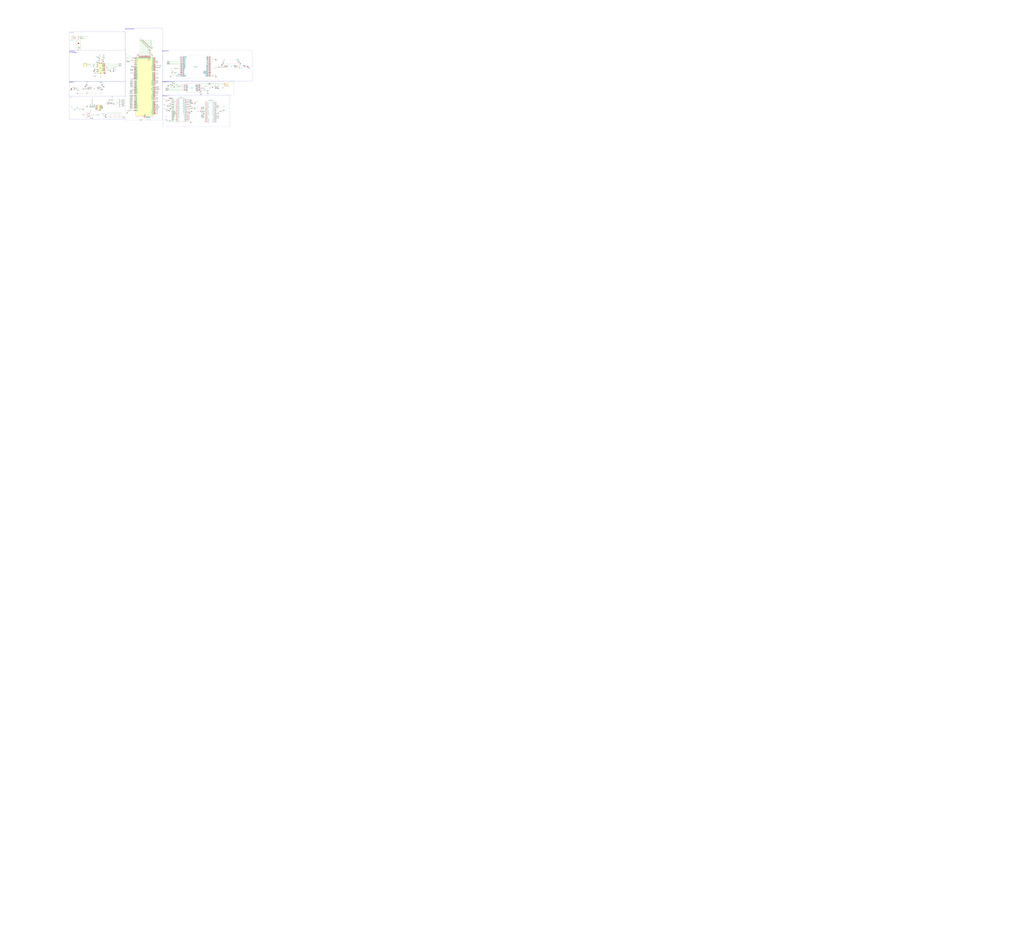
<source format=kicad_sch>
(kicad_sch (version 20231120) (generator "eeschema") (generator_version "8.0")
  (paper "User" 3048 2794)
  (lib_symbols
    (symbol "2024-10-27_00-26-18:SN74AXCH1T45DCKR" (pin_names (offset 0.254))
      (property "Reference" "U" (at 20.32 10.16 0))
      (property "Value" "SN74AXCH1T45DCKR" (at 20.32 7.62 0))
      (symbol "SN74AXCH1T45DCKR_0_1"
        (pin power_in line (at 0 0 0) (length 7.62) (name "VCCA") (number "1"))
        (pin power_out line (at 0 -2.54 0) (length 7.62) (name "GND") (number "2"))
        (pin bidirectional line (at 0 -5.08 0) (length 7.62) (name "A") (number "3"))
        (pin bidirectional line (at 40.64 -5.08 180) (length 7.62) (name "B") (number "4"))
        (pin input line (at 40.64 -2.54 180) (length 7.62) (name "DIR") (number "5"))
        (pin power_in line (at 40.64 0 180) (length 7.62) (name "VCCB") (number "6"))
      )
    )
    (symbol "47053:470531000" (pin_names (offset 0.254))
      (property "Reference" "J" (at 8.89 6.35 0))
      (property "Value" "470531000" (at 0 0 0))
      (symbol "470531000_1_1"
        (pin unspecified line (at 0 0 0) (length 5.08) (name "1") (number "1"))
        (pin unspecified line (at 0 -2.54 0) (length 5.08) (name "2") (number "2"))
        (pin unspecified line (at 0 -5.08 0) (length 5.08) (name "3") (number "3"))
        (pin unspecified line (at 0 -7.62 0) (length 5.08) (name "4") (number "4"))
      )
      (symbol "470531000_1_2"
        (pin unspecified line (at 0 0 0) (length 5.08) (name "1") (number "1"))
        (pin unspecified line (at 0 -2.54 0) (length 5.08) (name "2") (number "2"))
        (pin unspecified line (at 0 -5.08 0) (length 5.08) (name "3") (number "3"))
        (pin unspecified line (at 0 -7.62 0) (length 5.08) (name "4") (number "4"))
      )
    )
    (symbol "AS4C8M16SA-6TCN:AS4C8M16SA-6TCN" (pin_names (offset 0.762))
      (property "Reference" "IC" (at 29.21 7.62 0))
      (property "Value" "AS4C8M16SA-6TCN" (at 29.21 5.08 0))
      (symbol "AS4C8M16SA-6TCN_0_0"
        (pin passive line (at 0 0 0) (length 5.08) (name "VDD_1") (number "1"))
        (pin passive line (at 0 -22.86 0) (length 5.08) (name "DQ5") (number "10"))
        (pin passive line (at 0 -25.4 0) (length 5.08) (name "DQ6") (number "11"))
        (pin passive line (at 0 -27.94 0) (length 5.08) (name "VSSQ_2") (number "12"))
        (pin passive line (at 0 -30.48 0) (length 5.08) (name "DQ7") (number "13"))
        (pin passive line (at 0 -33.02 0) (length 5.08) (name "VDD_2") (number "14"))
        (pin passive line (at 0 -35.56 0) (length 5.08) (name "LDQM") (number "15"))
        (pin passive line (at 0 -38.1 0) (length 5.08) (name "WE#") (number "16"))
        (pin passive line (at 0 -40.64 0) (length 5.08) (name "CAS#") (number "17"))
        (pin passive line (at 0 -43.18 0) (length 5.08) (name "RAS#") (number "18"))
        (pin passive line (at 0 -45.72 0) (length 5.08) (name "CS#") (number "19"))
        (pin passive line (at 0 -2.54 0) (length 5.08) (name "DQ0") (number "2"))
        (pin passive line (at 0 -48.26 0) (length 5.08) (name "BA0") (number "20"))
        (pin passive line (at 0 -50.8 0) (length 5.08) (name "BA1") (number "21"))
        (pin passive line (at 0 -53.34 0) (length 5.08) (name "A10/AP") (number "22"))
        (pin passive line (at 0 -55.88 0) (length 5.08) (name "A0") (number "23"))
        (pin passive line (at 0 -58.42 0) (length 5.08) (name "A1") (number "24"))
        (pin passive line (at 0 -60.96 0) (length 5.08) (name "A2") (number "25"))
        (pin passive line (at 0 -63.5 0) (length 5.08) (name "A3") (number "26"))
        (pin passive line (at 0 -66.04 0) (length 5.08) (name "VDD_3") (number "27"))
        (pin passive line (at 33.02 -66.04 180) (length 5.08) (name "VSS_1") (number "28"))
        (pin passive line (at 33.02 -63.5 180) (length 5.08) (name "A4") (number "29"))
        (pin passive line (at 0 -5.08 0) (length 5.08) (name "VDDQ_1") (number "3"))
        (pin passive line (at 33.02 -60.96 180) (length 5.08) (name "A5") (number "30"))
        (pin passive line (at 33.02 -58.42 180) (length 5.08) (name "A6") (number "31"))
        (pin passive line (at 33.02 -55.88 180) (length 5.08) (name "A7") (number "32"))
        (pin passive line (at 33.02 -53.34 180) (length 5.08) (name "A8") (number "33"))
        (pin passive line (at 33.02 -50.8 180) (length 5.08) (name "A9") (number "34"))
        (pin passive line (at 33.02 -48.26 180) (length 5.08) (name "A11") (number "35"))
        (pin no_connect line (at 33.02 -45.72 180) (length 5.08) (name "NC") (number "36"))
        (pin passive line (at 33.02 -43.18 180) (length 5.08) (name "CKE") (number "37"))
        (pin passive line (at 33.02 -40.64 180) (length 5.08) (name "CLK") (number "38"))
        (pin passive line (at 33.02 -38.1 180) (length 5.08) (name "UDQM") (number "39"))
        (pin passive line (at 0 -7.62 0) (length 5.08) (name "DQ1") (number "4"))
        (pin passive line (at 33.02 -35.56 180) (length 5.08) (name "NC/RFU") (number "40"))
        (pin passive line (at 33.02 -33.02 180) (length 5.08) (name "VSS_2") (number "41"))
        (pin passive line (at 33.02 -30.48 180) (length 5.08) (name "DQ8") (number "42"))
        (pin passive line (at 33.02 -27.94 180) (length 5.08) (name "VDDQ_3") (number "43"))
        (pin passive line (at 33.02 -25.4 180) (length 5.08) (name "DQ9") (number "44"))
        (pin passive line (at 33.02 -22.86 180) (length 5.08) (name "DQ10") (number "45"))
        (pin passive line (at 33.02 -20.32 180) (length 5.08) (name "VSSQ_3") (number "46"))
        (pin passive line (at 33.02 -17.78 180) (length 5.08) (name "DQ11") (number "47"))
        (pin passive line (at 33.02 -15.24 180) (length 5.08) (name "DQ12") (number "48"))
        (pin passive line (at 33.02 -12.7 180) (length 5.08) (name "VDDQ_4") (number "49"))
        (pin passive line (at 0 -10.16 0) (length 5.08) (name "DQ2") (number "5"))
        (pin passive line (at 33.02 -10.16 180) (length 5.08) (name "DQ13") (number "50"))
        (pin passive line (at 33.02 -7.62 180) (length 5.08) (name "DQ14") (number "51"))
        (pin passive line (at 33.02 -5.08 180) (length 5.08) (name "VSSQ_4") (number "52"))
        (pin passive line (at 33.02 -2.54 180) (length 5.08) (name "DQ15") (number "53"))
        (pin passive line (at 33.02 0 180) (length 5.08) (name "VSS_3") (number "54"))
        (pin passive line (at 0 -12.7 0) (length 5.08) (name "VSSQ_1") (number "6"))
        (pin passive line (at 0 -15.24 0) (length 5.08) (name "DQ3") (number "7"))
        (pin passive line (at 0 -17.78 0) (length 5.08) (name "DQ4") (number "8"))
        (pin passive line (at 0 -20.32 0) (length 5.08) (name "VDDQ_2") (number "9"))
      )
    )
    (symbol "Audio:AK5720VT"
      (property "Reference" "U" (at -8.89 16.51 0))
      (property "Value" "AK5720VT" (at 8.89 16.51 0))
      (symbol "AK5720VT_1_1"
        (pin passive line (at -12.7 -5.08 0) (length 2.54) (name "VCOM") (number "1"))
        (pin bidirectional line (at 12.7 7.62 180) (length 2.54) (name "LRCLK") (number "10"))
        (pin input line (at 12.7 12.7 180) (length 2.54) (name "MCLK") (number "11"))
        (pin bidirectional line (at 12.7 10.16 180) (length 2.54) (name "BICK") (number "12"))
        (pin input line (at 12.7 0 180) (length 2.54) (name "~{PDN}") (number "13"))
        (pin input line (at 12.7 -7.62 180) (length 2.54) (name "DIF/TDMI") (number "14"))
        (pin input line (at 12.7 -5.08 180) (length 2.54) (name "FSEL") (number "15"))
        (pin input line (at 12.7 -12.7 180) (length 2.54) (name "CKS") (number "16"))
        (pin input line (at -12.7 10.16 0) (length 2.54) (name "RIN") (number "2"))
        (pin input line (at -12.7 5.08 0) (length 2.54) (name "LIN") (number "3"))
        (pin power_in line (at 0 -17.78 90) (length 2.54) (name "VSS") (number "4"))
        (pin power_in line (at -2.54 17.78 270) (length 2.54) (name "VA") (number "5"))
        (pin power_in line (at 2.54 17.78 270) (length 2.54) (name "VD") (number "6"))
        (pin input line (at 12.7 -2.54 180) (length 2.54) (name "GSEL") (number "7"))
        (pin passive line (at -12.7 -10.16 0) (length 2.54) (name "REGO") (number "8"))
        (pin output line (at 12.7 5.08 180) (length 2.54) (name "SDTO") (number "9"))
      )
    )
    (symbol "DIX9211:DIX9211PTR" (pin_names (offset 0.254))
      (property "Reference" "U" (at 45.72 10.16 0))
      (property "Value" "DIX9211PTR" (at 45.72 7.62 0))
      (symbol "DIX9211PTR_0_1"
        (pin output line (at 0 0 0) (length 7.62) (name "ERROR/INT0") (number "1"))
        (pin bidirectional line (at 0 -22.86 0) (length 7.62) (name "MPIO_C3") (number "10"))
        (pin bidirectional line (at 0 -25.4 0) (length 7.62) (name "MPIO_B0") (number "11"))
        (pin bidirectional line (at 0 -27.94 0) (length 7.62) (name "MPIO_B1") (number "12"))
        (pin bidirectional line (at 0 -30.48 0) (length 7.62) (name "MPIO_B2") (number "13"))
        (pin bidirectional line (at 0 -33.02 0) (length 7.62) (name "MPIO_B3") (number "14"))
        (pin output line (at 0 -35.56 0) (length 7.62) (name "MPO0") (number "15"))
        (pin output line (at 0 -38.1 0) (length 7.62) (name "MPO1") (number "16"))
        (pin output line (at 0 -40.64 0) (length 7.62) (name "DOUT") (number "17"))
        (pin output line (at 0 -43.18 0) (length 7.62) (name "LRCK") (number "18"))
        (pin output line (at 0 -45.72 0) (length 7.62) (name "BCK") (number "19"))
        (pin output line (at 0 -2.54 0) (length 7.62) (name "NPCM/INT1") (number "2"))
        (pin output line (at 0 -48.26 0) (length 7.62) (name "SCKO") (number "20"))
        (pin power_in line (at 0 -50.8 0) (length 7.62) (name "DGND") (number "21"))
        (pin power_in line (at 0 -53.34 0) (length 7.62) (name "DVDD") (number "22"))
        (pin bidirectional line (at 0 -55.88 0) (length 7.62) (name "MDO/ADR0") (number "23"))
        (pin bidirectional line (at 0 -58.42 0) (length 7.62) (name "MDI/SDA") (number "24"))
        (pin input line (at 91.44 -58.42 180) (length 7.62) (name "MC/SCL") (number "25"))
        (pin input line (at 91.44 -55.88 180) (length 7.62) (name "MS/ADR1") (number "26"))
        (pin input line (at 91.44 -53.34 180) (length 7.62) (name "MODE") (number "27"))
        (pin input line (at 91.44 -50.8 180) (length 7.62) (name "RXIN7/ADIN0") (number "28"))
        (pin input line (at 91.44 -48.26 180) (length 7.62) (name "RXIN6/ALRCKIO") (number "29"))
        (pin bidirectional line (at 0 -5.08 0) (length 7.62) (name "MPIO_A0") (number "3"))
        (pin input line (at 91.44 -45.72 180) (length 7.62) (name "RXIN5/ABCKIO") (number "30"))
        (pin input line (at 91.44 -43.18 180) (length 7.62) (name "RXIN4/ASCKIO") (number "31"))
        (pin input line (at 91.44 -40.64 180) (length 7.62) (name "RXIN3") (number "32"))
        (pin input line (at 91.44 -38.1 180) (length 7.62) (name "RXIN2") (number "33"))
        (pin input line (at 91.44 -35.56 180) (length 7.62) (name "RST") (number "34"))
        (pin input line (at 91.44 -33.02 180) (length 7.62) (name "RXIN1") (number "35"))
        (pin power_in line (at 91.44 -30.48 180) (length 7.62) (name "VDDRX") (number "36"))
        (pin input line (at 91.44 -27.94 180) (length 7.62) (name "RXIN0") (number "37"))
        (pin power_in line (at 91.44 -25.4 180) (length 7.62) (name "GNDRX") (number "38"))
        (pin input line (at 91.44 -22.86 180) (length 7.62) (name "XTI") (number "39"))
        (pin bidirectional line (at 0 -7.62 0) (length 7.62) (name "MPIO_A1") (number "4"))
        (pin output line (at 91.44 -20.32 180) (length 7.62) (name "XTO") (number "40"))
        (pin power_in line (at 91.44 -17.78 180) (length 7.62) (name "AGND") (number "41"))
        (pin power_in line (at 91.44 -15.24 180) (length 7.62) (name "VCC") (number "42"))
        (pin output line (at 91.44 -12.7 180) (length 7.62) (name "FILT") (number "43"))
        (pin unspecified line (at 91.44 -10.16 180) (length 7.62) (name "RSV2") (number "44"))
        (pin unspecified line (at 91.44 -7.62 180) (length 7.62) (name "RSV1") (number "45"))
        (pin unspecified line (at 91.44 -5.08 180) (length 7.62) (name "RSV1") (number "46"))
        (pin unspecified line (at 91.44 -2.54 180) (length 7.62) (name "RSV2") (number "47"))
        (pin unspecified line (at 91.44 0 180) (length 7.62) (name "RSV2") (number "48"))
        (pin bidirectional line (at 0 -10.16 0) (length 7.62) (name "MPIO_A2") (number "5"))
        (pin bidirectional line (at 0 -12.7 0) (length 7.62) (name "MPIO_A3") (number "6"))
        (pin bidirectional line (at 0 -15.24 0) (length 7.62) (name "MPIO_C0") (number "7"))
        (pin bidirectional line (at 0 -17.78 0) (length 7.62) (name "MPIO_C1") (number "8"))
        (pin bidirectional line (at 0 -20.32 0) (length 7.62) (name "MPIO_C2") (number "9"))
      )
    )
    (symbol "Device:C_Polarized_Small_US" (pin_numbers hide) (pin_names (offset 0.254) hide)
      (property "Reference" "C" (at 0.254 1.778 0))
      (property "Value" "C_Polarized_Small_US" (at 0.254 -2.032 0))
      (symbol "C_Polarized_Small_US_1_1"
        (pin passive line (at 0 2.54 270) (length 2.032) (name "~") (number "1"))
        (pin passive line (at 0 -2.54 90) (length 2.032) (name "~") (number "2"))
      )
    )
    (symbol "Device:C_Small" (pin_numbers hide) (pin_names (offset 0.254) hide)
      (property "Reference" "C" (at 0.254 1.778 0))
      (property "Value" "C_Small" (at 0.254 -2.032 0))
      (symbol "C_Small_1_1"
        (pin passive line (at 0 2.54 270) (length 2.032) (name "~") (number "1"))
        (pin passive line (at 0 -2.54 90) (length 2.032) (name "~") (number "2"))
      )
    )
    (symbol "Device:FerriteBead_Small" (pin_numbers hide) (pin_names (offset 0))
      (property "Reference" "FB" (at 1.905 1.27 0))
      (property "Value" "FerriteBead_Small" (at 1.905 -1.27 0))
      (symbol "FerriteBead_Small_1_1"
        (pin passive line (at 0 2.54 270) (length 1.27) (name "~") (number "1"))
        (pin passive line (at 0 -2.54 90) (length 1.27) (name "~") (number "2"))
      )
    )
    (symbol "Device:R_Small_US" (pin_numbers hide) (pin_names (offset 0.254) hide)
      (property "Reference" "R" (at 0.762 0.508 0))
      (property "Value" "R_Small_US" (at 0.762 -1.016 0))
      (symbol "R_Small_US_1_1"
        (pin passive line (at 0 2.54 270) (length 1.016) (name "~") (number "1"))
        (pin passive line (at 0 -2.54 90) (length 1.016) (name "~") (number "2"))
      )
    )
    (symbol "FW6190:FW6190"
      (property "Reference" "J" (at 16.51 7.62 0))
      (property "Value" "FW6190" (at 16.51 5.08 0))
      (symbol "FW6190_1_1"
        (pin passive line (at 0 -5.08 0) (length 5.08) (name "1") (number "1"))
        (pin passive line (at 0 -2.54 0) (length 5.08) (name "2") (number "2"))
        (pin passive line (at 0 0 0) (length 5.08) (name "3") (number "3"))
      )
    )
    (symbol "MCU_ST_STM32H7:STM32H7A3ZITx"
      (property "Reference" "U" (at -25.4 90.17 0))
      (property "Value" "STM32H7A3ZITx" (at 20.32 90.17 0))
      (symbol "STM32H7A3ZITx_1_1"
        (pin bidirectional line (at -30.48 -30.48 0) (length 5.08) (name "PE2") (number "1"))
        (pin bidirectional line (at -30.48 17.78 0) (length 5.08) (name "PF0") (number "10"))
        (pin bidirectional line (at 33.02 66.04 180) (length 5.08) (name "PA8") (number "100"))
        (pin bidirectional line (at 33.02 63.5 180) (length 5.08) (name "PA9") (number "101"))
        (pin bidirectional line (at 33.02 60.96 180) (length 5.08) (name "PA10") (number "102"))
        (pin bidirectional line (at 33.02 58.42 180) (length 5.08) (name "PA11") (number "103"))
        (pin bidirectional line (at 33.02 55.88 180) (length 5.08) (name "PA12") (number "104"))
        (pin bidirectional line (at 33.02 53.34 180) (length 5.08) (name "PA13") (number "105"))
        (pin power_out line (at -30.48 -71.12 0) (length 5.08) (name "VCAP") (number "106"))
        (pin passive line (at 0 -91.44 90) (length 5.08) hide (name "VSS") (number "107"))
        (pin power_in line (at 5.08 93.98 270) (length 5.08) (name "VDD") (number "108"))
        (pin bidirectional line (at 33.02 50.8 180) (length 5.08) (name "PA14") (number "109"))
        (pin bidirectional line (at -30.48 15.24 0) (length 5.08) (name "PF1") (number "11"))
        (pin bidirectional line (at 33.02 48.26 180) (length 5.08) (name "PA15") (number "110"))
        (pin bidirectional line (at 33.02 -25.4 180) (length 5.08) (name "PC10") (number "111"))
        (pin bidirectional line (at 33.02 -27.94 180) (length 5.08) (name "PC11") (number "112"))
        (pin bidirectional line (at 33.02 -30.48 180) (length 5.08) (name "PC12") (number "113"))
        (pin bidirectional line (at 33.02 -43.18 180) (length 5.08) (name "PD0") (number "114"))
        (pin bidirectional line (at 33.02 -45.72 180) (length 5.08) (name "PD1") (number "115"))
        (pin bidirectional line (at 33.02 -48.26 180) (length 5.08) (name "PD2") (number "116"))
        (pin bidirectional line (at 33.02 -50.8 180) (length 5.08) (name "PD3") (number "117"))
        (pin bidirectional line (at 33.02 -53.34 180) (length 5.08) (name "PD4") (number "118"))
        (pin bidirectional line (at 33.02 -55.88 180) (length 5.08) (name "PD5") (number "119"))
        (pin bidirectional line (at -30.48 12.7 0) (length 5.08) (name "PF2") (number "12"))
        (pin passive line (at 0 -91.44 90) (length 5.08) hide (name "VSS") (number "120"))
        (pin power_in line (at 17.78 93.98 270) (length 5.08) (name "VDDMMC") (number "121"))
        (pin bidirectional line (at 33.02 -58.42 180) (length 5.08) (name "PD6") (number "122"))
        (pin bidirectional line (at 33.02 -60.96 180) (length 5.08) (name "PD7") (number "123"))
        (pin bidirectional line (at -30.48 38.1 0) (length 5.08) (name "PG9") (number "124"))
        (pin bidirectional line (at -30.48 35.56 0) (length 5.08) (name "PG10") (number "125"))
        (pin bidirectional line (at -30.48 33.02 0) (length 5.08) (name "PG11") (number "126"))
        (pin bidirectional line (at -30.48 30.48 0) (length 5.08) (name "PG12") (number "127"))
        (pin bidirectional line (at -30.48 27.94 0) (length 5.08) (name "PG13") (number "128"))
        (pin bidirectional line (at -30.48 25.4 0) (length 5.08) (name "PG14") (number "129"))
        (pin bidirectional line (at -30.48 10.16 0) (length 5.08) (name "PF3") (number "13"))
        (pin passive line (at 0 -91.44 90) (length 5.08) hide (name "VSS") (number "130"))
        (pin power_in line (at 7.62 93.98 270) (length 5.08) (name "VDD") (number "131"))
        (pin bidirectional line (at -30.48 22.86 0) (length 5.08) (name "PG15") (number "132"))
        (pin bidirectional line (at 33.02 35.56 180) (length 5.08) (name "PB3") (number "133"))
        (pin bidirectional line (at 33.02 33.02 180) (length 5.08) (name "PB4") (number "134"))
        (pin bidirectional line (at 33.02 30.48 180) (length 5.08) (name "PB5") (number "135"))
        (pin bidirectional line (at 33.02 27.94 180) (length 5.08) (name "PB6") (number "136"))
        (pin bidirectional line (at 33.02 25.4 180) (length 5.08) (name "PB7") (number "137"))
        (pin input line (at -30.48 78.74 0) (length 5.08) (name "BOOT0") (number "138"))
        (pin bidirectional line (at 33.02 22.86 180) (length 5.08) (name "PB8") (number "139"))
        (pin bidirectional line (at -30.48 7.62 0) (length 5.08) (name "PF4") (number "14"))
        (pin bidirectional line (at 33.02 20.32 180) (length 5.08) (name "PB9") (number "140"))
        (pin bidirectional line (at -30.48 -25.4 0) (length 5.08) (name "PE0") (number "141"))
        (pin bidirectional line (at -30.48 -27.94 0) (length 5.08) (name "PE1") (number "142"))
        (pin input line (at -30.48 83.82 0) (length 5.08) (name "PDR_ON") (number "143"))
        (pin power_in line (at 10.16 93.98 270) (length 5.08) (name "VDD") (number "144"))
        (pin bidirectional line (at -30.48 5.08 0) (length 5.08) (name "PF5") (number "15"))
        (pin power_in line (at 0 -91.44 90) (length 5.08) (name "VSS") (number "16"))
        (pin power_in line (at -12.7 93.98 270) (length 5.08) (name "VDD") (number "17"))
        (pin bidirectional line (at -30.48 2.54 0) (length 5.08) (name "PF6") (number "18"))
        (pin bidirectional line (at -30.48 0 0) (length 5.08) (name "PF7") (number "19"))
        (pin bidirectional line (at -30.48 -33.02 0) (length 5.08) (name "PE3") (number "2"))
        (pin bidirectional line (at -30.48 -2.54 0) (length 5.08) (name "PF8") (number "20"))
        (pin bidirectional line (at -30.48 -5.08 0) (length 5.08) (name "PF9") (number "21"))
        (pin bidirectional line (at -30.48 -7.62 0) (length 5.08) (name "PF10") (number "22"))
        (pin bidirectional line (at -30.48 68.58 0) (length 5.08) (name "PH0") (number "23"))
        (pin bidirectional line (at -30.48 66.04 0) (length 5.08) (name "PH1") (number "24"))
        (pin input line (at -30.48 86.36 0) (length 5.08) (name "NRST") (number "25"))
        (pin bidirectional line (at 33.02 0 180) (length 5.08) (name "PC0") (number "26"))
        (pin bidirectional line (at 33.02 -2.54 180) (length 5.08) (name "PC1") (number "27"))
        (pin bidirectional line (at 33.02 -5.08 180) (length 5.08) (name "PC2_C") (number "28"))
        (pin bidirectional line (at 33.02 -7.62 180) (length 5.08) (name "PC3_C") (number "29"))
        (pin bidirectional line (at -30.48 -35.56 0) (length 5.08) (name "PE4") (number "3"))
        (pin power_in line (at -10.16 93.98 270) (length 5.08) (name "VDD") (number "30"))
        (pin power_in line (at 2.54 -91.44 90) (length 5.08) (name "VSSA") (number "31"))
        (pin input line (at -30.48 73.66 0) (length 5.08) (name "VREF+") (number "32"))
        (pin power_in line (at 15.24 93.98 270) (length 5.08) (name "VDDA") (number "33"))
        (pin bidirectional line (at 33.02 86.36 180) (length 5.08) (name "PA0") (number "34"))
        (pin bidirectional line (at 33.02 83.82 180) (length 5.08) (name "PA1") (number "35"))
        (pin bidirectional line (at 33.02 81.28 180) (length 5.08) (name "PA2") (number "36"))
        (pin bidirectional line (at 33.02 78.74 180) (length 5.08) (name "PA3") (number "37"))
        (pin passive line (at 0 -91.44 90) (length 5.08) hide (name "VSS") (number "38"))
        (pin power_in line (at -7.62 93.98 270) (length 5.08) (name "VDD") (number "39"))
        (pin bidirectional line (at -30.48 -38.1 0) (length 5.08) (name "PE5") (number "4"))
        (pin bidirectional line (at 33.02 76.2 180) (length 5.08) (name "PA4") (number "40"))
        (pin bidirectional line (at 33.02 73.66 180) (length 5.08) (name "PA5") (number "41"))
        (pin bidirectional line (at 33.02 71.12 180) (length 5.08) (name "PA6") (number "42"))
        (pin bidirectional line (at 33.02 68.58 180) (length 5.08) (name "PA7") (number "43"))
        (pin bidirectional line (at 33.02 -10.16 180) (length 5.08) (name "PC4") (number "44"))
        (pin bidirectional line (at 33.02 -12.7 180) (length 5.08) (name "PC5") (number "45"))
        (pin bidirectional line (at 33.02 43.18 180) (length 5.08) (name "PB0") (number "46"))
        (pin bidirectional line (at 33.02 40.64 180) (length 5.08) (name "PB1") (number "47"))
        (pin bidirectional line (at 33.02 38.1 180) (length 5.08) (name "PB2") (number "48"))
        (pin bidirectional line (at -30.48 -10.16 0) (length 5.08) (name "PF11") (number "49"))
        (pin bidirectional line (at -30.48 -40.64 0) (length 5.08) (name "PE6") (number "5"))
        (pin bidirectional line (at -30.48 -12.7 0) (length 5.08) (name "PF12") (number "50"))
        (pin passive line (at 0 -91.44 90) (length 5.08) hide (name "VSS") (number "51"))
        (pin power_in line (at -5.08 93.98 270) (length 5.08) (name "VDD") (number "52"))
        (pin bidirectional line (at -30.48 -15.24 0) (length 5.08) (name "PF13") (number "53"))
        (pin bidirectional line (at -30.48 -17.78 0) (length 5.08) (name "PF14") (number "54"))
        (pin bidirectional line (at -30.48 -20.32 0) (length 5.08) (name "PF15") (number "55"))
        (pin bidirectional line (at -30.48 60.96 0) (length 5.08) (name "PG0") (number "56"))
        (pin bidirectional line (at -30.48 58.42 0) (length 5.08) (name "PG1") (number "57"))
        (pin bidirectional line (at -30.48 -43.18 0) (length 5.08) (name "PE7") (number "58"))
        (pin bidirectional line (at -30.48 -45.72 0) (length 5.08) (name "PE8") (number "59"))
        (pin power_in line (at -15.24 93.98 270) (length 5.08) (name "VBAT") (number "6"))
        (pin bidirectional line (at -30.48 -48.26 0) (length 5.08) (name "PE9") (number "60"))
        (pin passive line (at 0 -91.44 90) (length 5.08) hide (name "VSS") (number "61"))
        (pin power_in line (at -2.54 93.98 270) (length 5.08) (name "VDD") (number "62"))
        (pin bidirectional line (at -30.48 -50.8 0) (length 5.08) (name "PE10") (number "63"))
        (pin bidirectional line (at -30.48 -53.34 0) (length 5.08) (name "PE11") (number "64"))
        (pin bidirectional line (at -30.48 -55.88 0) (length 5.08) (name "PE12") (number "65"))
        (pin bidirectional line (at -30.48 -58.42 0) (length 5.08) (name "PE13") (number "66"))
        (pin bidirectional line (at -30.48 -60.96 0) (length 5.08) (name "PE14") (number "67"))
        (pin bidirectional line (at -30.48 -63.5 0) (length 5.08) (name "PE15") (number "68"))
        (pin bidirectional line (at 33.02 17.78 180) (length 5.08) (name "PB10") (number "69"))
        (pin bidirectional line (at 33.02 -33.02 180) (length 5.08) (name "PC13") (number "7"))
        (pin bidirectional line (at 33.02 15.24 180) (length 5.08) (name "PB11") (number "70"))
        (pin power_out line (at -30.48 -68.58 0) (length 5.08) (name "VCAP") (number "71"))
        (pin power_in line (at 0 93.98 270) (length 5.08) (name "VDD") (number "72"))
        (pin bidirectional line (at 33.02 12.7 180) (length 5.08) (name "PB12") (number "73"))
        (pin bidirectional line (at 33.02 10.16 180) (length 5.08) (name "PB13") (number "74"))
        (pin bidirectional line (at 33.02 7.62 180) (length 5.08) (name "PB14") (number "75"))
        (pin bidirectional line (at 33.02 5.08 180) (length 5.08) (name "PB15") (number "76"))
        (pin bidirectional line (at 33.02 -63.5 180) (length 5.08) (name "PD8") (number "77"))
        (pin bidirectional line (at 33.02 -66.04 180) (length 5.08) (name "PD9") (number "78"))
        (pin bidirectional line (at 33.02 -68.58 180) (length 5.08) (name "PD10") (number "79"))
        (pin bidirectional line (at 33.02 -35.56 180) (length 5.08) (name "PC14") (number "8"))
        (pin bidirectional line (at 33.02 -71.12 180) (length 5.08) (name "PD11") (number "80"))
        (pin bidirectional line (at 33.02 -73.66 180) (length 5.08) (name "PD12") (number "81"))
        (pin bidirectional line (at 33.02 -76.2 180) (length 5.08) (name "PD13") (number "82"))
        (pin passive line (at 0 -91.44 90) (length 5.08) hide (name "VSS") (number "83"))
        (pin power_in line (at 2.54 93.98 270) (length 5.08) (name "VDD") (number "84"))
        (pin bidirectional line (at 33.02 -78.74 180) (length 5.08) (name "PD14") (number "85"))
        (pin bidirectional line (at 33.02 -81.28 180) (length 5.08) (name "PD15") (number "86"))
        (pin bidirectional line (at -30.48 55.88 0) (length 5.08) (name "PG2") (number "87"))
        (pin bidirectional line (at -30.48 53.34 0) (length 5.08) (name "PG3") (number "88"))
        (pin bidirectional line (at -30.48 50.8 0) (length 5.08) (name "PG4") (number "89"))
        (pin bidirectional line (at 33.02 -38.1 180) (length 5.08) (name "PC15") (number "9"))
        (pin bidirectional line (at -30.48 48.26 0) (length 5.08) (name "PG5") (number "90"))
        (pin bidirectional line (at -30.48 45.72 0) (length 5.08) (name "PG6") (number "91"))
        (pin bidirectional line (at -30.48 43.18 0) (length 5.08) (name "PG7") (number "92"))
        (pin bidirectional line (at -30.48 40.64 0) (length 5.08) (name "PG8") (number "93"))
        (pin passive line (at 0 -91.44 90) (length 5.08) hide (name "VSS") (number "94"))
        (pin power_in line (at 12.7 93.98 270) (length 5.08) (name "VDD33_USB") (number "95"))
        (pin bidirectional line (at 33.02 -15.24 180) (length 5.08) (name "PC6") (number "96"))
        (pin bidirectional line (at 33.02 -17.78 180) (length 5.08) (name "PC7") (number "97"))
        (pin bidirectional line (at 33.02 -20.32 180) (length 5.08) (name "PC8") (number "98"))
        (pin bidirectional line (at 33.02 -22.86 180) (length 5.08) (name "PC9") (number "99"))
      )
    )
    (symbol "NAU8402WG:NAU8402WG" (pin_names (offset 0.254))
      (property "Reference" "U" (at 25.4 10.16 0))
      (property "Value" "NAU8402WG" (at 25.4 7.62 0))
      (symbol "NAU8402WG_0_1"
        (pin power_out line (at 0 0 0) (length 7.62) (name "VSSA") (number "1"))
        (pin power_in line (at 50.8 -15.24 180) (length 7.62) (name "LINEVDD") (number "10"))
        (pin output line (at 50.8 -12.7 180) (length 7.62) (name "CPCA") (number "11"))
        (pin power_out line (at 50.8 -10.16 180) (length 7.62) (name "LINEGND") (number "12"))
        (pin output line (at 50.8 -7.62 180) (length 7.62) (name "CPCB") (number "13"))
        (pin output line (at 50.8 -5.08 180) (length 7.62) (name "CPOUT") (number "14"))
        (pin output line (at 50.8 -2.54 180) (length 7.62) (name "RLINEOUT") (number "15"))
        (pin output line (at 50.8 0 180) (length 7.62) (name "LLINEOU") (number "16"))
        (pin power_in line (at 0 -2.54 0) (length 7.62) (name "VDDA") (number "2"))
        (pin power_in line (at 0 -5.08 0) (length 7.62) (name "VREF") (number "3"))
        (pin input line (at 0 -7.62 0) (length 7.62) (name "MUTEB") (number "4"))
        (pin input line (at 0 -10.16 0) (length 7.62) (name "FS") (number "5"))
        (pin input line (at 0 -12.7 0) (length 7.62) (name "DACIN") (number "6"))
        (pin input line (at 0 -15.24 0) (length 7.62) (name "BCLK") (number "7"))
        (pin input line (at 0 -17.78 0) (length 7.62) (name "MCLK") (number "8"))
        (pin power_in line (at 50.8 -17.78 180) (length 7.62) (name "VDDB") (number "9"))
      )
    )
    (symbol "RCJ-027:RCJ-027" (pin_names (offset 1.016))
      (property "Reference" "J" (at -2.5403 3.8105 0))
      (property "Value" "RCJ-027" (at -2.5431 -6.3577 0))
      (symbol "RCJ-027_0_0"
        (pin passive line (at 7.62 2.54 180) (length 2.54) (name "1") (number "1A"))
        (pin passive line (at 7.62 -2.54 180) (length 2.54) (name "2") (number "2"))
      )
    )
    (symbol "Same Sky slide switch:SLW-883935-2A-D" (pin_names (offset 0.254))
      (property "Reference" "SW" (at 12.7 7.62 0))
      (property "Value" "SLW-883935-2A-D" (at 20.32 5.08 0))
      (symbol "SLW-883935-2A-D_0_1"
        (pin unspecified line (at 0 0 0) (length 7.62) (name "1") (number "1"))
        (pin unspecified line (at 0 -5.08 0) (length 7.62) (name "2") (number "2"))
        (pin unspecified line (at 0 -10.16 0) (length 7.62) (name "3") (number "3"))
      )
    )
    (symbol "TC58BVG1S3HTA00:TC58BVG1S3HTA00" (pin_names (offset 0.762))
      (property "Reference" "IC" (at 29.21 7.62 0))
      (property "Value" "TC58BVG1S3HTA00" (at 29.21 5.08 0))
      (symbol "TC58BVG1S3HTA00_0_0"
        (pin passive line (at 0 0 0) (length 5.08) (name "NC_1") (number "1"))
        (pin passive line (at 0 -22.86 0) (length 5.08) (name "NC_7") (number "10"))
        (pin passive line (at 0 -25.4 0) (length 5.08) (name "NC_8") (number "11"))
        (pin passive line (at 0 -27.94 0) (length 5.08) (name "VCC_1") (number "12"))
        (pin passive line (at 0 -30.48 0) (length 5.08) (name "VSS_1") (number "13"))
        (pin passive line (at 0 -33.02 0) (length 5.08) (name "NC_9") (number "14"))
        (pin passive line (at 0 -35.56 0) (length 5.08) (name "NC_10") (number "15"))
        (pin passive line (at 0 -38.1 0) (length 5.08) (name "CLE") (number "16"))
        (pin passive line (at 0 -40.64 0) (length 5.08) (name "ALE") (number "17"))
        (pin passive line (at 0 -43.18 0) (length 5.08) (name "~{WE}") (number "18"))
        (pin passive line (at 0 -45.72 0) (length 5.08) (name "~{WP}") (number "19"))
        (pin passive line (at 0 -2.54 0) (length 5.08) (name "NC_2") (number "2"))
        (pin passive line (at 0 -48.26 0) (length 5.08) (name "NC_11") (number "20"))
        (pin passive line (at 0 -50.8 0) (length 5.08) (name "NC_12") (number "21"))
        (pin passive line (at 0 -53.34 0) (length 5.08) (name "NC_13") (number "22"))
        (pin passive line (at 0 -55.88 0) (length 5.08) (name "NC_14") (number "23"))
        (pin passive line (at 0 -58.42 0) (length 5.08) (name "NC_15") (number "24"))
        (pin passive line (at 33.02 -58.42 180) (length 5.08) (name "NC_16") (number "25"))
        (pin passive line (at 33.02 -55.88 180) (length 5.08) (name "NC_17") (number "26"))
        (pin passive line (at 33.02 -53.34 180) (length 5.08) (name "NC_18") (number "27"))
        (pin passive line (at 33.02 -50.8 180) (length 5.08) (name "NC_19") (number "28"))
        (pin passive line (at 33.02 -48.26 180) (length 5.08) (name "I/O1") (number "29"))
        (pin passive line (at 0 -5.08 0) (length 5.08) (name "NC_3") (number "3"))
        (pin passive line (at 33.02 -45.72 180) (length 5.08) (name "I/O2") (number "30"))
        (pin passive line (at 33.02 -43.18 180) (length 5.08) (name "I/O3") (number "31"))
        (pin passive line (at 33.02 -40.64 180) (length 5.08) (name "I/O4") (number "32"))
        (pin passive line (at 33.02 -38.1 180) (length 5.08) (name "NC_20") (number "33"))
        (pin passive line (at 33.02 -35.56 180) (length 5.08) (name "NC_21") (number "34"))
        (pin passive line (at 33.02 -33.02 180) (length 5.08) (name "NC_22") (number "35"))
        (pin passive line (at 33.02 -30.48 180) (length 5.08) (name "VSS_2") (number "36"))
        (pin passive line (at 33.02 -27.94 180) (length 5.08) (name "VCC_2") (number "37"))
        (pin passive line (at 33.02 -25.4 180) (length 5.08) (name "NC_23") (number "38"))
        (pin passive line (at 33.02 -22.86 180) (length 5.08) (name "NC_24") (number "39"))
        (pin passive line (at 0 -7.62 0) (length 5.08) (name "NC_4") (number "4"))
        (pin passive line (at 33.02 -20.32 180) (length 5.08) (name "NC_25") (number "40"))
        (pin passive line (at 33.02 -17.78 180) (length 5.08) (name "I/O5") (number "41"))
        (pin passive line (at 33.02 -15.24 180) (length 5.08) (name "I/O6") (number "42"))
        (pin passive line (at 33.02 -12.7 180) (length 5.08) (name "I/O7") (number "43"))
        (pin passive line (at 33.02 -10.16 180) (length 5.08) (name "I/O8") (number "44"))
        (pin passive line (at 33.02 -7.62 180) (length 5.08) (name "NC_26") (number "45"))
        (pin passive line (at 33.02 -5.08 180) (length 5.08) (name "NC_27") (number "46"))
        (pin passive line (at 33.02 -2.54 180) (length 5.08) (name "NC_28") (number "47"))
        (pin passive line (at 33.02 0 180) (length 5.08) (name "NC_29") (number "48"))
        (pin passive line (at 0 -10.16 0) (length 5.08) (name "NC_5") (number "5"))
        (pin passive line (at 0 -12.7 0) (length 5.08) (name "NC_6") (number "6"))
        (pin passive line (at 0 -15.24 0) (length 5.08) (name "RY/~{BY}") (number "7"))
        (pin passive line (at 0 -17.78 0) (length 5.08) (name "~{RE}") (number "8"))
        (pin passive line (at 0 -20.32 0) (length 5.08) (name "~{CE}") (number "9"))
      )
    )
    (symbol "TVS diode:DF2S5M4SL_L3F" (pin_names (offset 0.254))
      (property "Reference" "U" (at 20.32 10.16 0))
      (property "Value" "DF2S5M4SL_L3F" (at 20.32 7.62 0))
      (symbol "DF2S5M4SL_L3F_0_1"
        (pin unspecified line (at 0 0 0) (length 7.62) (name "1") (number "1"))
        (pin unspecified line (at 40.64 0 180) (length 7.62) (name "2") (number "2"))
      )
    )
    (symbol "USB-M26FTR:USB-M26FTR"
      (property "Reference" "J" (at 19.05 7.62 0))
      (property "Value" "USB-M26FTR" (at 19.05 5.08 0))
      (symbol "USB-M26FTR_1_1"
        (pin passive line (at 0 0 0) (length 5.08) (name "1") (number "1"))
        (pin passive line (at 0 -2.54 0) (length 5.08) (name "2") (number "2"))
        (pin passive line (at 0 -5.08 0) (length 5.08) (name "3") (number "3"))
        (pin passive line (at 0 -7.62 0) (length 5.08) (name "4") (number "4"))
        (pin passive line (at 0 -10.16 0) (length 5.08) (name "5") (number "5"))
        (pin passive line (at 22.86 0 180) (length 5.08) (name "MP1") (number "6"))
        (pin passive line (at 22.86 -2.54 180) (length 5.08) (name "MP2") (number "7"))
        (pin passive line (at 22.86 -5.08 180) (length 5.08) (name "MP3") (number "8"))
        (pin passive line (at 22.86 -7.62 180) (length 5.08) (name "MP4") (number "9"))
      )
    )
    (symbol "custom:86jb2"
      (property "Reference" "K" (at 0 6.604 0))
      (symbol "86jb2_1_1"
        (pin output line (at -10.16 -1.27 90) (length 1.27) (name "F") (number "1"))
        (pin output line (at -7.62 -1.27 90) (length 1.27) (name "G") (number "2"))
        (pin input line (at -5.08 -1.27 90) (length 1.27) (name "H") (number "3"))
        (pin input line (at -2.54 -1.27 90) (length 1.27) (name "J") (number "4"))
        (pin output line (at 0 -1.27 90) (length 1.27) (name "K") (number "5"))
        (pin input line (at 2.54 -1.27 90) (length 1.27) (name "L") (number "6"))
        (pin input line (at 5.08 -1.27 90) (length 1.27) (name "M") (number "7"))
        (pin output line (at 7.62 -1.27 90) (length 1.27) (name "N") (number "8"))
        (pin output line (at 10.16 -1.27 90) (length 1.27) (name "P") (number "9"))
      )
    )
    (symbol "custom:GME12864"
      (property "Reference" "LC" (at 0 0 0))
      (symbol "GME12864_1_1"
        (pin power_in line (at 5.08 2.54 180) (length 2.54) (name "VCC") (number "1"))
        (pin power_in line (at 5.08 1.27 180) (length 2.54) (name "GND") (number "2"))
        (pin input line (at 5.08 -1.27 180) (length 2.54) (name "SCL") (number "3"))
        (pin input line (at 5.08 -2.54 180) (length 2.54) (name "SDA") (number "4"))
      )
    )
    (symbol "power:GND" (power) (pin_numbers hide) (pin_names (offset 0) hide)
      (property "Value" "GND" (at 0 -3.81 0))
      (symbol "GND_1_1"
        (pin power_in line (at 0 0 270) (length 0) (name "~") (number "1"))
      )
    )
    (symbol "power:GNDA" (power) (pin_numbers hide) (pin_names (offset 0) hide)
      (property "Value" "GNDA" (at 0 -3.81 0))
      (symbol "GNDA_1_1"
        (pin power_in line (at 0 0 270) (length 0) (name "~") (number "1"))
      )
    )
    (symbol "power:GNDD" (power) (pin_numbers hide) (pin_names (offset 0) hide)
      (property "Value" "GNDD" (at 0 -3.175 0))
      (symbol "GNDD_1_1"
        (pin power_in line (at 0 0 270) (length 0) (name "~") (number "1"))
      )
    )
    (symbol "power:VCCQ" (power) (pin_numbers hide) (pin_names (offset 0) hide)
      (property "Value" "VCCQ" (at 0 3.556 0))
      (symbol "VCCQ_1_1"
        (pin power_in line (at 0 0 90) (length 0) (name "~") (number "1"))
      )
    )
    (symbol "power:VDD" (power) (pin_numbers hide) (pin_names (offset 0) hide)
      (property "Value" "VDD" (at 0 3.556 0))
      (symbol "VDD_1_1"
        (pin power_in line (at 0 0 90) (length 0) (name "~") (number "1"))
      )
    )
    (symbol "power:VDDA" (power) (pin_numbers hide) (pin_names (offset 0) hide)
      (property "Value" "VDDA" (at 0 3.556 0))
      (symbol "VDDA_1_1"
        (pin power_in line (at 0 0 90) (length 0) (name "~") (number "1"))
      )
    )
    (symbol "red button:PTS645SK43SMTR92LFS" (pin_names (offset 0.254))
      (property "Reference" "U" (at 20.32 7.62 0))
      (property "Value" "PTS645SK43SMTR92LFS" (at 20.32 5.08 0))
      (symbol "PTS645SK43SMTR92LFS_0_1"
        (pin unspecified line (at 0 0 0) (length 7.62) (name "1") (number "1"))
        (pin unspecified line (at 40.64 0 180) (length 7.62) (name "2") (number "2"))
        (pin unspecified line (at 0 -7.62 0) (length 7.62) (name "3") (number "3"))
        (pin unspecified line (at 40.64 -7.62 180) (length 7.62) (name "4") (number "4"))
      )
    )
  )
  (junction (at 292.1 180.34))
  (junction (at 275.59 313.69))
  (junction (at 495.3 358.14))
  (junction (at 241.3 107.95))
  (junction (at 364.49 347.98))
  (junction (at 229.87 323.85))
  (junction (at 307.34 177.8))
  (junction (at 297.18 167.64))
  (junction (at 431.8 133.35))
  (junction (at 314.96 340.36))
  (junction (at 579.12 323.85))
  (junction (at 502.92 292.1))
  (junction (at 233.68 148.59))
  (junction (at 246.38 107.95))
  (junction (at 434.34 135.89))
  (junction (at 449.58 123.19))
  (junction (at 642.62 224.79))
  (junction (at 447.04 162.56))
  (junction (at 233.68 107.95))
  (junction (at 426.72 128.27))
  (junction (at 500.38 254))
  (junction (at 378.46 330.2))
  (junction (at 419.1 120.65))
  (junction (at 246.38 115.57))
  (junction (at 514.35 245.11))
  (junction (at 598.17 332.74))
  (junction (at 449.58 140.97))
  (junction (at 318.77 340.36))
  (junction (at 424.18 125.73))
  (junction (at 510.54 215.9))
  (junction (at 426.72 129.54))
  (junction (at 642.62 176.53))
  (junction (at 618.49 267.97))
  (junction (at 375.92 181.61))
  (junction (at 598.17 270.51))
  (junction (at 707.39 185.42))
  (junction (at 444.5 160.02))
  (junction (at 302.26 177.8))
  (junction (at 453.39 162.56))
  (junction (at 449.58 138.43))
  (junction (at 300.99 254))
  (junction (at 449.58 128.27))
  (junction (at 496.57 328.93))
  (junction (at 241.3 115.57))
  (junction (at 434.34 137.16))
  (junction (at 666.75 328.93))
  (junction (at 449.58 135.89))
  (junction (at 499.11 316.23))
  (junction (at 421.64 123.19))
  (junction (at 648.97 251.46))
  (junction (at 449.58 130.81))
  (junction (at 436.88 139.7))
  (junction (at 424.18 127))
  (junction (at 297.18 180.34))
  (junction (at 429.26 132.08))
  (junction (at 328.93 208.28))
  (junction (at 421.64 124.46))
  (junction (at 419.1 121.92))
  (junction (at 429.26 130.81))
  (junction (at 444.5 157.48))
  (junction (at 580.39 308.61))
  (junction (at 416.56 118.11))
  (junction (at 449.58 120.65))
  (junction (at 514.35 254))
  (junction (at 449.58 125.73))
  (junction (at 441.96 146.05))
  (junction (at 436.88 138.43))
  (junction (at 337.82 203.2))
  (junction (at 307.34 168.91))
  (junction (at 642.62 248.92))
  (junction (at 439.42 140.97))
  (junction (at 306.07 317.5))
  (junction (at 334.01 297.18))
  (junction (at 447.04 149.86))
  (junction (at 306.07 322.58))
  (junction (at 439.42 142.24))
  (junction (at 496.57 300.99))
  (junction (at 666.75 189.23))
  (junction (at 306.07 320.04))
  (junction (at 441.96 149.86))
  (junction (at 231.14 266.7))
  (junction (at 414.02 162.56))
  (junction (at 416.56 119.38))
  (junction (at 431.8 134.62))
  (junction (at 260.35 254))
  (junction (at 449.58 133.35))
  (no_connect (at 462.28 177.8))
  (no_connect (at 462.28 223.52))
  (no_connect (at 627.38 168.91))
  (no_connect (at 610.87 312.42))
  (no_connect (at 462.28 215.9))
  (no_connect (at 535.94 217.17))
  (no_connect (at 398.78 226.06))
  (no_connect (at 224.79 113.03))
  (no_connect (at 610.87 314.96))
  (no_connect (at 535.94 201.93))
  (no_connect (at 462.28 238.76))
  (no_connect (at 462.28 335.28))
  (no_connect (at 398.78 231.14))
  (no_connect (at 643.89 330.2))
  (no_connect (at 627.38 214.63))
  (no_connect (at 398.78 190.5))
  (no_connect (at 535.94 176.53))
  (no_connect (at 462.28 307.34))
  (no_connect (at 610.87 307.34))
  (no_connect (at 627.38 179.07))
  (no_connect (at 610.87 317.5))
  (no_connect (at 462.28 208.28))
  (no_connect (at 610.87 360.68))
  (no_connect (at 462.28 254))
  (no_connect (at 627.38 196.85))
  (no_connect (at 556.26 331.47))
  (no_connect (at 462.28 175.26))
  (no_connect (at 610.87 363.22))
  (no_connect (at 610.87 309.88))
  (no_connect (at 462.28 309.88))
  (no_connect (at 610.87 353.06))
  (no_connect (at 462.28 172.72))
  (no_connect (at 610.87 355.6))
  (no_connect (at 627.38 171.45))
  (no_connect (at 398.78 261.62))
  (no_connect (at 224.79 115.57))
  (no_connect (at 627.38 191.77))
  (no_connect (at 535.94 199.39))
  (no_connect (at 627.38 199.39))
  (no_connect (at 643.89 327.66))
  (no_connect (at 462.28 236.22))
  (no_connect (at 462.28 226.06))
  (no_connect (at 535.94 194.31))
  (no_connect (at 283.21 322.58))
  (no_connect (at 398.78 228.6))
  (no_connect (at 535.94 214.63))
  (no_connect (at 462.28 251.46))
  (no_connect (at 627.38 186.69))
  (no_connect (at 643.89 337.82))
  (no_connect (at 462.28 228.6))
  (no_connect (at 627.38 219.71))
  (no_connect (at 535.94 209.55))
  (no_connect (at 398.78 266.7))
  (no_connect (at 398.78 205.74))
  (no_connect (at 643.89 342.9))
  (no_connect (at 462.28 218.44))
  (no_connect (at 535.94 168.91))
  (no_connect (at 398.78 220.98))
  (no_connect (at 643.89 360.68))
  (no_connect (at 643.89 312.42))
  (no_connect (at 643.89 363.22))
  (no_connect (at 610.87 337.82))
  (no_connect (at 627.38 217.17))
  (no_connect (at 398.78 223.52))
  (no_connect (at 462.28 287.02))
  (no_connect (at 535.94 196.85))
  (no_connect (at 610.87 304.8))
  (no_connect (at 462.28 205.74))
  (no_connect (at 643.89 304.8))
  (no_connect (at 535.94 179.07))
  (no_connect (at 627.38 184.15))
  (no_connect (at 398.78 193.04))
  (no_connect (at 627.38 212.09))
  (no_connect (at 643.89 355.6))
  (no_connect (at 610.87 358.14))
  (no_connect (at 398.78 203.2))
  (no_connect (at 398.78 264.16))
  (no_connect (at 627.38 209.55))
  (no_connect (at 610.87 330.2))
  (no_connect (at 627.38 201.93))
  (no_connect (at 643.89 309.88))
  (no_connect (at 535.94 173.99))
  (no_connect (at 462.28 271.78))
  (no_connect (at 643.89 358.14))
  (no_connect (at 398.78 215.9))
  (no_connect (at 398.78 233.68))
  (no_connect (at 627.38 181.61))
  (no_connect (at 462.28 193.04))
  (no_connect (at 462.28 190.5))
  (no_connect (at 610.87 327.66))
  (no_connect (at 643.89 340.36))
  (no_connect (at 627.38 194.31))
  (no_connect (at 643.89 307.34))
  (no_connect (at 462.28 281.94))
  (no_connect (at 535.94 207.01))
  (no_connect (at 535.94 212.09))
  (no_connect (at 627.38 189.23))
  (no_connect (at 535.94 181.61))
  (no_connect (at 627.38 207.01))
  (no_connect (at 462.28 180.34))
  (no_connect (at 610.87 340.36))
  (no_connect (at 643.89 325.12))
  (no_connect (at 398.78 213.36))
  (no_connect (at 462.28 198.12))
  (no_connect (at 535.94 171.45))
  (no_connect (at 462.28 289.56))
  (wire (pts (xy 596.9 248.92) (xy 596.9 252.73)))
  (wire (pts (xy 431.8 354.33) (xy 440.69 354.33)))
  (wire (pts (xy 657.86 328.93) (xy 661.67 328.93)))
  (wire (pts (xy 297.18 180.34) (xy 297.18 177.8)))
  (wire (pts (xy 510.54 344.17) (xy 523.24 344.17)))
  (wire (pts (xy 321.31 347.98) (xy 321.31 353.06)))
  (wire (pts (xy 386.08 289.56) (xy 398.78 289.56)))
  (wire (pts (xy 431.8 132.08) (xy 429.26 132.08)))
  (wire (pts (xy 603.25 327.66) (xy 603.25 328.93)))
  (wire (pts (xy 306.07 328.93) (xy 306.07 322.58)))
  (wire (pts (xy 436.88 165.1) (xy 436.88 139.7)))
  (wire (pts (xy 623.57 248.92) (xy 642.62 248.92)))
  (wire (pts (xy 416.56 118.11) (xy 420.37 118.11)))
  (wire (pts (xy 449.58 128.27) (xy 449.58 130.81)))
  (wire (pts (xy 627.38 204.47) (xy 642.62 204.47)))
  (wire (pts (xy 440.69 354.33) (xy 440.69 355.6)))
  (wire (pts (xy 280.67 342.9) (xy 288.29 342.9)))
  (wire (pts (xy 240.03 115.57) (xy 241.3 115.57)))
  (wire (pts (xy 666.75 189.23) (xy 666.75 195.58)))
  (wire (pts (xy 340.36 203.2) (xy 340.36 201.93)))
  (wire (pts (xy 492.76 265.43) (xy 546.1 265.43)))
  (wire (pts (xy 386.08 317.5) (xy 398.78 317.5)))
  (wire (pts (xy 508 308.61) (xy 523.24 308.61)))
  (wire (pts (xy 387.35 259.08) (xy 398.78 259.08)))
  (wire (pts (xy 453.39 162.56) (xy 453.39 163.83)))
  (wire (pts (xy 449.58 140.97) (xy 449.58 142.24)))
  (wire (pts (xy 419.1 119.38) (xy 416.56 119.38)))
  (wire (pts (xy 598.17 345.44) (xy 610.87 345.44)))
  (wire (pts (xy 361.95 340.36) (xy 361.95 335.28)))
  (wire (pts (xy 420.37 354.33) (xy 420.37 355.6)))
  (wire (pts (xy 364.49 347.98) (xy 361.95 347.98)))
  (wire (pts (xy 491.49 328.93) (xy 496.57 328.93)))
  (wire (pts (xy 386.08 322.58) (xy 398.78 322.58)))
  (wire (pts (xy 312.42 203.2) (xy 316.23 203.2)))
  (wire (pts (xy 425.45 118.11) (xy 449.58 118.11)))
  (wire (pts (xy 510.54 341.63) (xy 523.24 341.63)))
  (wire (pts (xy 496.57 186.69) (xy 535.94 186.69)))
  (wire (pts (xy 387.35 256.54) (xy 398.78 256.54)))
  (wire (pts (xy 334.01 297.18) (xy 334.01 304.8)))
  (wire (pts (xy 386.08 284.48) (xy 398.78 284.48)))
  (wire (pts (xy 356.87 297.18) (xy 361.95 297.18)))
  (wire (pts (xy 389.89 200.66) (xy 398.78 200.66)))
  (polyline (pts (xy 205.74 354.33) (xy 373.38 354.33)))
  (wire (pts (xy 510.54 306.07) (xy 523.24 306.07)))
  (wire (pts (xy 431.8 165.1) (xy 431.8 134.62)))
  (polyline (pts (xy 205.74 287.02) (xy 205.74 354.33)))
  (wire (pts (xy 436.88 137.16) (xy 434.34 137.16)))
  (wire (pts (xy 627.38 173.99) (xy 642.62 173.99)))
  (wire (pts (xy 321.31 353.06) (xy 364.49 353.06)))
  (wire (pts (xy 496.57 295.91) (xy 501.65 295.91)))
  (wire (pts (xy 515.62 215.9) (xy 520.7 215.9)))
  (wire (pts (xy 281.94 219.71) (xy 281.94 224.79)))
  (wire (pts (xy 514.35 245.11) (xy 514.35 246.38)))
  (wire (pts (xy 361.95 335.28) (xy 318.77 335.28)))
  (wire (pts (xy 651.51 198.12) (xy 666.75 198.12)))
  (wire (pts (xy 510.54 356.87) (xy 523.24 356.87)))
  (wire (pts (xy 500.38 245.11) (xy 500.38 254)))
  (wire (pts (xy 246.38 115.57) (xy 260.35 115.57)))
  (wire (pts (xy 241.3 107.95) (xy 246.38 107.95)))
  (wire (pts (xy 386.08 271.78) (xy 398.78 271.78)))
  (wire (pts (xy 271.78 198.12) (xy 275.59 198.12)))
  (wire (pts (xy 416.56 118.11) (xy 416.56 119.38)))
  (wire (pts (xy 424.18 125.73) (xy 424.18 124.46)))
  (wire (pts (xy 339.09 306.07) (xy 339.09 307.34)))
  (wire (pts (xy 436.88 138.43) (xy 436.88 137.16)))
  (wire (pts (xy 666.75 328.93) (xy 666.75 332.74)))
  (wire (pts (xy 240.03 323.85) (xy 247.65 323.85)))
  (wire (pts (xy 424.18 124.46) (xy 421.64 124.46)))
  (wire (pts (xy 447.04 162.56) (xy 447.04 160.02)))
  (wire (pts (xy 356.87 314.96) (xy 361.95 314.96)))
  (wire (pts (xy 386.08 297.18) (xy 398.78 297.18)))
  (wire (pts (xy 500.38 358.14) (xy 504.19 358.14)))
  (wire (pts (xy 306.07 320.04) (xy 306.07 317.5)))
  (wire (pts (xy 237.49 266.7) (xy 237.49 278.13)))
  (wire (pts (xy 434.34 134.62) (xy 431.8 134.62)))
  (wire (pts (xy 431.8 133.35) (xy 431.8 132.08)))
  (wire (pts (xy 241.3 115.57) (xy 246.38 115.57)))
  (wire (pts (xy 280.67 193.04) (xy 287.02 193.04)))
  (wire (pts (xy 449.58 120.65) (xy 449.58 123.19)))
  (wire (pts (xy 510.54 260.35) (xy 546.1 260.35)))
  (wire (pts (xy 502.92 292.1) (xy 502.92 295.91)))
  (wire (pts (xy 436.88 139.7) (xy 436.88 138.43)))
  (wire (pts (xy 386.08 304.8) (xy 398.78 304.8)))
  (wire (pts (xy 269.24 334.01) (xy 269.24 337.82)))
  (wire (pts (xy 509.27 245.11) (xy 500.38 245.11)))
  (wire (pts (xy 452.12 162.56) (xy 453.39 162.56)))
  (wire (pts (xy 353.06 198.12) (xy 312.42 198.12)))
  (wire (pts (xy 514.35 254) (xy 514.35 255.27)))
  (wire (pts (xy 449.58 135.89) (xy 449.58 138.43)))
  (wire (pts (xy 224.79 110.49) (xy 227.33 110.49)))
  (wire (pts (xy 599.44 251.46) (xy 618.49 251.46)))
  (wire (pts (xy 389.89 198.12) (xy 398.78 198.12)))
  (wire (pts (xy 386.08 299.72) (xy 398.78 299.72)))
  (wire (pts (xy 398.78 327.66) (xy 392.43 327.66)))
  (wire (pts (xy 495.3 349.25) (xy 495.3 358.14)))
  (wire (pts (xy 434.34 137.16) (xy 434.34 135.89)))
  (wire (pts (xy 237.49 278.13) (xy 256.54 278.13)))
  (wire (pts (xy 424.18 165.1) (xy 424.18 127)))
  (wire (pts (xy 429.26 132.08) (xy 429.26 130.81)))
  (wire (pts (xy 386.08 287.02) (xy 398.78 287.02)))
  (wire (pts (xy 275.59 312.42) (xy 275.59 313.69)))
  (wire (pts (xy 598.17 350.52) (xy 610.87 350.52)))
  (wire (pts (xy 510.54 303.53) (xy 523.24 303.53)))
  (wire (pts (xy 378.46 330.2) (xy 381 330.2)))
  (wire (pts (xy 307.34 168.91) (xy 308.61 168.91)))
  (wire (pts (xy 642.62 222.25) (xy 642.62 224.79)))
  (wire (pts (xy 387.35 210.82) (xy 398.78 210.82)))
  (wire (pts (xy 605.79 335.28) (xy 610.87 335.28)))
  (wire (pts (xy 386.08 279.4) (xy 398.78 279.4)))
  (wire (pts (xy 386.08 320.04) (xy 398.78 320.04)))
  (wire (pts (xy 266.7 320.04) (xy 283.21 320.04)))
  (wire (pts (xy 441.96 165.1) (xy 441.96 149.86)))
  (wire (pts (xy 496.57 328.93) (xy 523.24 328.93)))
  (wire (pts (xy 387.35 246.38) (xy 398.78 246.38)))
  (wire (pts (xy 584.2 304.8) (xy 584.2 308.61)))
  (wire (pts (xy 508 224.79) (xy 535.94 224.79)))
  (wire (pts (xy 449.58 157.48) (xy 453.39 157.48)))
  (wire (pts (xy 312.42 205.74) (xy 328.93 205.74)))
  (wire (pts (xy 429.26 354.33) (xy 420.37 354.33)))
  (wire (pts (xy 426.72 165.1) (xy 426.72 129.54)))
  (wire (pts (xy 596.9 257.81) (xy 609.6 257.81)))
  (wire (pts (xy 251.46 265.43) (xy 260.35 265.43)))
  (wire (pts (xy 283.21 328.93) (xy 306.07 328.93)))
  (wire (pts (xy 598.17 322.58) (xy 610.87 322.58)))
  (wire (pts (xy 303.53 262.89) (xy 300.99 262.89)))
  (wire (pts (xy 524.51 252.73) (xy 546.1 252.73)))
  (wire (pts (xy 368.3 347.98) (xy 364.49 347.98)))
  (wire (pts (xy 528.32 257.81) (xy 518.16 257.81)))
  (wire (pts (xy 623.57 251.46) (xy 648.97 251.46)))
  (wire (pts (xy 598.17 327.66) (xy 603.25 327.66)))
  (wire (pts (xy 722.63 200.66) (xy 727.71 200.66)))
  (wire (pts (xy 449.58 133.35) (xy 449.58 135.89)))
  (wire (pts (xy 262.89 193.04) (xy 275.59 193.04)))
  (wire (pts (xy 491.49 326.39) (xy 491.49 328.93)))
  (wire (pts (xy 306.07 322.58) (xy 306.07 320.04)))
  (wire (pts (xy 434.34 165.1) (xy 434.34 137.16)))
  (wire (pts (xy 707.39 198.12) (xy 712.47 198.12)))
  (wire (pts (xy 387.35 254) (xy 398.78 254)))
  (wire (pts (xy 441.96 149.86) (xy 441.96 146.05)))
  (wire (pts (xy 449.58 130.81) (xy 449.58 133.35)))
  (wire (pts (xy 389.89 180.34) (xy 398.78 180.34)))
  (wire (pts (xy 707.39 200.66) (xy 709.93 200.66)))
  (wire (pts (xy 491.49 300.99) (xy 496.57 300.99)))
  (wire (pts (xy 618.49 273.05) (xy 618.49 275.59)))
  (wire (pts (xy 496.57 300.99) (xy 523.24 300.99)))
  (wire (pts (xy 386.08 292.1) (xy 398.78 292.1)))
  (wire (pts (xy 431.8 134.62) (xy 431.8 133.35)))
  (wire (pts (xy 353.06 190.5) (xy 312.42 190.5)))
  (wire (pts (xy 386.08 330.2) (xy 398.78 330.2)))
  (wire (pts (xy 643.89 335.28) (xy 648.97 335.28)))
  (wire (pts (xy 567.69 300.99) (xy 556.26 300.99)))
  (wire (pts (xy 387.35 218.44) (xy 398.78 218.44)))
  (wire (pts (xy 715.01 185.42) (xy 715.01 186.69)))
  (wire (pts (xy 424.18 127) (xy 424.18 125.73)))
  (wire (pts (xy 599.44 251.46) (xy 599.44 255.27)))
  (wire (pts (xy 424.18 125.73) (xy 427.99 125.73)))
  (wire (pts (xy 447.04 160.02) (xy 444.5 160.02)))
  (wire (pts (xy 444.5 160.02) (xy 444.5 157.48)))
  (wire (pts (xy 496.57 191.77) (xy 535.94 191.77)))
  (wire (pts (xy 439.42 165.1) (xy 439.42 142.24)))
  (wire (pts (xy 434.34 135.89) (xy 438.15 135.89)))
  (wire (pts (xy 356.87 312.42) (xy 361.95 312.42)))
  (wire (pts (xy 308.61 254) (xy 308.61 255.27)))
  (wire (pts (xy 421.64 165.1) (xy 421.64 124.46)))
  (wire (pts (xy 492.76 270.51) (xy 546.1 270.51)))
  (wire (pts (xy 303.53 340.36) (xy 314.96 340.36)))
  (wire (pts (xy 387.35 251.46) (xy 398.78 251.46)))
  (wire (pts (xy 438.15 130.81) (xy 449.58 130.81)))
  (wire (pts (xy 627.38 224.79) (xy 642.62 224.79)))
  (wire (pts (xy 421.64 123.19) (xy 425.45 123.19)))
  (wire (pts (xy 386.08 302.26) (xy 398.78 302.26)))
  (wire (pts (xy 386.08 309.88) (xy 398.78 309.88)))
  (wire (pts (xy 321.31 203.2) (xy 337.82 203.2)))
  (wire (pts (xy 387.35 208.28) (xy 398.78 208.28)))
  (wire (pts (xy 666.75 184.15) (xy 666.75 189.23)))
  (wire (pts (xy 356.87 304.8) (xy 361.95 304.8)))
  (wire (pts (xy 580.39 303.53) (xy 572.77 303.53)))
  (wire (pts (xy 312.42 210.82) (xy 325.12 210.82)))
  (wire (pts (xy 579.12 323.85) (xy 582.93 323.85)))
  (wire (pts (xy 292.1 172.72) (xy 292.1 180.34)))
  (wire (pts (xy 426.72 127) (xy 424.18 127)))
  (wire (pts (xy 260.35 248.92) (xy 260.35 254)))
  (wire (pts (xy 246.38 107.95) (xy 246.38 110.49)))
  (wire (pts (xy 440.69 133.35) (xy 449.58 133.35)))
  (wire (pts (xy 598.17 342.9) (xy 610.87 342.9)))
  (wire (pts (xy 502.92 295.91) (xy 523.24 295.91)))
  (wire (pts (xy 240.03 148.59) (xy 240.03 115.57)))
  (wire (pts (xy 579.12 318.77) (xy 571.5 318.77)))
  (wire (pts (xy 224.79 107.95) (xy 233.68 107.95)))
  (wire (pts (xy 715.01 200.66) (xy 717.55 200.66)))
  (wire (pts (xy 449.58 118.11) (xy 449.58 120.65)))
  (wire (pts (xy 419.1 120.65) (xy 422.91 120.65)))
  (wire (pts (xy 499.11 311.15) (xy 504.19 311.15)))
  (wire (pts (xy 660.4 189.23) (xy 660.4 190.5)))
  (wire (pts (xy 302.26 185.42) (xy 302.26 177.8)))
  (wire (pts (xy 439.42 140.97) (xy 439.42 139.7)))
  (wire (pts (xy 510.54 318.77) (xy 523.24 318.77)))
  (wire (pts (xy 356.87 307.34) (xy 361.95 307.34)))
  (wire (pts (xy 387.35 243.84) (xy 398.78 243.84)))
  (wire (pts (xy 510.54 346.71) (xy 523.24 346.71)))
  (wire (pts (xy 386.08 314.96) (xy 398.78 314.96)))
  (wire (pts (xy 326.39 304.8) (xy 334.01 304.8)))
  (wire (pts (xy 414.02 162.56) (xy 414.02 165.1)))
  (wire (pts (xy 496.57 189.23) (xy 535.94 189.23)))
  (wire (pts (xy 284.48 208.28) (xy 287.02 208.28)))
  (wire (pts (xy 386.08 307.34) (xy 398.78 307.34)))
  (wire (pts (xy 213.36 321.31) (xy 213.36 323.85)))
  (wire (pts (xy 233.68 148.59) (xy 240.03 148.59)))
  (wire (pts (xy 356.87 317.5) (xy 361.95 317.5)))
  (wire (pts (xy 556.26 308.61) (xy 580.39 308.61)))
  (wire (pts (xy 387.35 236.22) (xy 398.78 236.22)))
  (wire (pts (xy 281.94 213.36) (xy 281.94 214.63)))
  (wire (pts (xy 430.53 123.19) (xy 449.58 123.19)))
  (wire (pts (xy 627.38 222.25) (xy 642.62 222.25)))
  (wire (pts (xy 443.23 135.89) (xy 449.58 135.89)))
  (wire (pts (xy 427.99 120.65) (xy 449.58 120.65)))
  (wire (pts (xy 506.73 323.85) (xy 523.24 323.85)))
  (wire (pts (xy 510.54 298.45) (xy 523.24 298.45)))
  (wire (pts (xy 375.92 181.61) (xy 375.92 175.26)))
  (wire (pts (xy 259.08 313.69) (xy 266.7 313.69)))
  (wire (pts (xy 504.19 311.15) (xy 504.19 313.69)))
  (wire (pts (xy 642.62 248.92) (xy 642.62 254)))
  (wire (pts (xy 283.21 325.12) (xy 283.21 328.93)))
  (wire (pts (xy 283.21 313.69) (xy 283.21 314.96)))
  (wire (pts (xy 364.49 353.06) (xy 364.49 347.98)))
  (wire (pts (xy 280.67 198.12) (xy 287.02 198.12)))
  (wire (pts (xy 378.46 327.66) (xy 378.46 330.2)))
  (wire (pts (xy 356.87 302.26) (xy 361.95 302.26)))
  (wire (pts (xy 431.8 133.35) (xy 435.61 133.35)))
  (wire (pts (xy 514.35 255.27) (xy 546.1 255.27)))
  (wire (pts (xy 312.42 208.28) (xy 328.93 208.28)))
  (wire (pts (xy 449.58 125.73) (xy 449.58 128.27)))
  (wire (pts (xy 444.5 157.48) (xy 444.5 156.21)))
  (wire (pts (xy 626.11 262.89) (xy 626.11 267.97)))
  (wire (pts (xy 524.51 227.33) (xy 535.94 227.33)))
  (wire (pts (xy 231.14 266.7) (xy 237.49 266.7)))
  (wire (pts (xy 510.54 326.39) (xy 523.24 326.39)))
  (wire (pts (xy 495.3 358.14) (xy 495.3 361.95)))
  (wire (pts (xy 398.78 185.42) (xy 375.92 185.42)))
  (wire (pts (xy 556.26 323.85) (xy 579.12 323.85)))
  (wire (pts (xy 241.3 107.95) (xy 241.3 110.49)))
  (wire (pts (xy 441.96 142.24) (xy 439.42 142.24)))
  (wire (pts (xy 375.92 170.18) (xy 375.92 166.37)))
  (wire (pts (xy 419.1 121.92) (xy 419.1 120.65)))
  (wire (pts (xy 598.17 347.98) (xy 610.87 347.98)))
  (wire (pts (xy 429.26 130.81) (xy 433.07 130.81)))
  (wire (pts (xy 510.54 313.69) (xy 523.24 313.69)))
  (wire (pts (xy 297.18 185.42) (xy 297.18 180.34)))
  (wire (pts (xy 386.08 276.86) (xy 398.78 276.86)))
  (wire (pts (xy 387.35 241.3) (xy 398.78 241.3)))
  (wire (pts (xy 598.17 270.51) (xy 596.9 270.51)))
  (wire (pts (xy 590.55 332.74) (xy 598.17 332.74)))
  (wire (pts (xy 642.62 248.92) (xy 664.21 248.92)))
  (wire (pts (xy 582.93 320.04) (xy 582.93 323.85)))
  (wire (pts (xy 386.08 269.24) (xy 398.78 269.24)))
  (wire (pts (xy 262.89 195.58) (xy 271.78 195.58)))
  (wire (pts (xy 510.54 351.79) (xy 523.24 351.79)))
  (wire (pts (xy 627.38 176.53) (xy 642.62 176.53)))
  (wire (pts (xy 510.54 359.41) (xy 523.24 359.41)))
  (wire (pts (xy 510.54 215.9) (xy 510.54 222.25)))
  (wire (pts (xy 580.39 308.61) (xy 584.2 308.61)))
  (wire (pts (xy 605.79 265.43) (xy 596.9 265.43)))
  (wire (pts (xy 266.7 317.5) (xy 283.21 317.5)))
  (wire (pts (xy 598.17 320.04) (xy 610.87 320.04)))
  (wire (pts (xy 334.01 293.37) (xy 334.01 297.18)))
  (wire (pts (xy 448.31 140.97) (xy 449.58 140.97)))
  (wire (pts (xy 247.65 262.89) (xy 260.35 262.89)))
  (wire (pts (xy 213.36 323.85) (xy 219.71 323.85)))
  (wire (pts (xy 447.04 146.05) (xy 447.04 149.86)))
  (wire (pts (xy 510.54 349.25) (xy 523.24 349.25)))
  (wire (pts (xy 572.77 303.53) (xy 572.77 306.07)))
  (wire (pts (xy 444.5 165.1) (xy 444.5 160.02)))
  (wire (pts (xy 618.49 267.97) (xy 626.11 267.97)))
  (wire (pts (xy 495.3 361.95) (xy 523.24 361.95)))
  (wire (pts (xy 453.39 157.48) (xy 453.39 162.56)))
  (wire (pts (xy 618.49 267.97) (xy 596.9 267.97)))
  (wire (pts (xy 421.64 124.46) (xy 421.64 123.19)))
  (wire (pts (xy 391.16 172.72) (xy 398.78 172.72)))
  (wire (pts (xy 490.22 313.69) (xy 490.22 316.23)))
  (wire (pts (xy 306.07 254) (xy 308.61 254)))
  (wire (pts (xy 356.87 309.88) (xy 361.95 309.88)))
  (wire (pts (xy 707.39 185.42) (xy 707.39 195.58)))
  (wire (pts (xy 260.35 254) (xy 260.35 260.35)))
  (wire (pts (xy 292.1 180.34) (xy 292.1 184.15)))
  (wire (pts (xy 598.17 325.12) (xy 610.87 325.12)))
  (wire (pts (xy 318.77 340.36) (xy 321.31 340.36)))
  (wire (pts (xy 314.96 340.36) (xy 318.77 340.36)))
  (wire (pts (xy 712.47 185.42) (xy 715.01 185.42)))
  (wire (pts (xy 416.56 119.38) (xy 416.56 165.1)))
  (wire (pts (xy 229.87 323.85) (xy 234.95 323.85)))
  (wire (pts (xy 356.87 299.72) (xy 361.95 299.72)))
  (wire (pts (xy 307.34 177.8) (xy 307.34 180.34)))
  (wire (pts (xy 431.8 354.33) (xy 431.8 350.52)))
  (wire (pts (xy 426.72 128.27) (xy 430.53 128.27)))
  (wire (pts (xy 386.08 274.32) (xy 398.78 274.32)))
  (wire (pts (xy 614.68 257.81) (xy 632.46 257.81)))
  (wire (pts (xy 434.34 135.89) (xy 434.34 134.62)))
  (wire (pts (xy 398.78 175.26) (xy 386.08 175.26)))
  (wire (pts (xy 449.58 138.43) (xy 449.58 140.97)))
  (wire (pts (xy 326.39 297.18) (xy 328.93 297.18)))
  (wire (pts (xy 426.72 129.54) (xy 426.72 128.27)))
  (wire (pts (xy 255.27 254) (xy 254 254)))
  (wire (pts (xy 501.65 323.85) (xy 501.65 326.39)))
  (wire (pts (xy 386.08 294.64) (xy 398.78 294.64)))
  (wire (pts (xy 567.69 361.95) (xy 556.26 361.95)))
  (wire (pts (xy 439.42 140.97) (xy 443.23 140.97)))
  (wire (pts (xy 510.54 222.25) (xy 535.94 222.25)))
  (wire (pts (xy 435.61 128.27) (xy 449.58 128.27)))
  (wire (pts (xy 599.44 255.27) (xy 596.9 255.27)))
  (wire (pts (xy 567.69 316.23) (xy 556.26 316.23)))
  (wire (pts (xy 648.97 251.46) (xy 648.97 255.27)))
  (wire (pts (xy 386.08 175.26) (xy 386.08 170.18)))
  (wire (pts (xy 259.08 313.69) (xy 259.08 314.96)))
  (wire (pts (xy 224.79 323.85) (xy 229.87 323.85)))
  (wire (pts (xy 648.97 251.46) (xy 664.21 251.46)))
  (wire (pts (xy 275.59 313.69) (xy 278.13 313.69)))
  (wire (pts (xy 246.38 107.95) (xy 260.35 107.95)))
  (wire (pts (xy 656.59 200.66) (xy 666.75 200.66)))
  (wire (pts (xy 300.99 278.13) (xy 300.99 265.43)))
  (wire (pts (xy 596.9 248.92) (xy 618.49 248.92)))
  (wire (pts (xy 414.02 160.02) (xy 414.02 162.56)))
  (wire (pts (xy 328.93 208.28) (xy 328.93 209.55)))
  (wire (pts (xy 436.88 138.43) (xy 440.69 138.43)))
  (wire (pts (xy 353.06 193.04) (xy 312.42 193.04)))
  (wire (pts (xy 386.08 312.42) (xy 398.78 312.42)))
  (wire (pts (xy 510.54 339.09) (xy 523.24 339.09)))
  (wire (pts (xy 287.02 213.36) (xy 281.94 213.36)))
  (wire (pts (xy 439.42 142.24) (xy 439.42 140.97)))
  (wire (pts (xy 387.35 327.66) (xy 378.46 327.66)))
  (wire (pts (xy 302.26 168.91) (xy 307.34 168.91)))
  (wire (pts (xy 269.24 342.9) (xy 275.59 342.9)))
  (wire (pts (xy 571.5 318.77) (xy 571.5 321.31)))
  (wire (pts (xy 416.56 116.84) (xy 416.56 118.11)))
  (wire (pts (xy 421.64 121.92) (xy 419.1 121.92)))
  (wire (pts (xy 510.54 336.55) (xy 523.24 336.55)))
  (wire (pts (xy 642.62 173.99) (xy 642.62 176.53)))
  (wire (pts (xy 445.77 138.43) (xy 449.58 138.43)))
  (wire (pts (xy 533.4 257.81) (xy 546.1 257.81)))
  (wire (pts (xy 510.54 321.31) (xy 523.24 321.31)))
  (wire (pts (xy 222.25 266.7) (xy 231.14 266.7)))
  (wire (pts (xy 439.42 139.7) (xy 436.88 139.7)))
  (wire (pts (xy 596.9 260.35) (xy 605.79 260.35)))
  (wire (pts (xy 269.24 347.98) (xy 269.24 350.52)))
  (wire (pts (xy 375.92 185.42) (xy 375.92 181.61)))
  (wire (pts (xy 300.99 250.19) (xy 300.99 254)))
  (wire (pts (xy 514.35 251.46) (xy 514.35 254)))
  (wire (pts (xy 490.22 316.23) (xy 499.11 316.23)))
  (wire (pts (xy 510.54 311.15) (xy 523.24 311.15)))
  (wire (pts (xy 261.62 278.13) (xy 300.99 278.13)))
  (wire (pts (xy 449.58 123.19) (xy 449.58 125.73)))
  (wire (pts (xy 496.57 323.85) (xy 501.65 323.85)))
  (wire (pts (xy 429.26 129.54) (xy 426.72 129.54)))
  (wire (pts (xy 598.17 270.51) (xy 607.06 270.51)))
  (wire (pts (xy 227.33 110.49) (xy 227.33 148.59)))
  (wire (pts (xy 231.14 271.78) (xy 231.14 275.59)))
  (wire (pts (xy 300.99 254) (xy 300.99 260.35)))
  (wire (pts (xy 387.35 248.92) (xy 398.78 248.92)))
  (wire (pts (xy 429.26 354.33) (xy 429.26 350.52)))
  (wire (pts (xy 501.65 295.91) (xy 501.65 297.18)))
  (wire (pts (xy 510.54 210.82) (xy 510.54 215.9)))
  (wire (pts (xy 707.39 182.88) (xy 707.39 185.42)))
  (wire (pts (xy 307.34 173.99) (xy 307.34 177.8)))
  (wire (pts (xy 318.77 335.28) (xy 318.77 340.36)))
  (wire (pts (xy 419.1 120.65) (xy 419.1 119.38)))
  (wire (pts (xy 297.18 167.64) (xy 297.18 172.72)))
  (wire (pts (xy 499.11 316.23) (xy 523.24 316.23)))
  (wire (pts (xy 326.39 306.07) (xy 339.09 306.07)))
  (wire (pts (xy 502.92 287.02) (xy 502.92 292.1)))
  (wire (pts (xy 378.46 330.2) (xy 378.46 334.01)))
  (wire (pts (xy 303.53 262.89) (xy 303.53 264.16)))
  (wire (pts (xy 447.04 165.1) (xy 447.04 162.56)))
  (wire (pts (xy 491.49 297.18) (xy 491.49 300.99)))
  (wire (pts (xy 254 254) (xy 254 255.27)))
  (wire (pts (xy 271.78 313.69) (xy 275.59 313.69)))
  (wire (pts (xy 429.26 130.81) (xy 429.26 129.54)))
  (wire (pts (xy 664.21 254) (xy 664.21 257.81)))
  (wire (pts (xy 306.07 317.5) (xy 306.07 314.96)))
  (wire (pts (xy 292.1 167.64) (xy 297.18 167.64)))
  (wire (pts (xy 510.54 354.33) (xy 523.24 354.33)))
  (wire (pts (xy 666.75 332.74) (xy 643.89 332.74)))
  (wire (pts (xy 518.16 204.47) (xy 535.94 204.47)))
  (wire (pts (xy 510.54 334.01) (xy 523.24 334.01)))
  (wire (pts (xy 661.67 189.23) (xy 660.4 189.23)))
  (wire (pts (xy 429.26 165.1) (xy 429.26 132.08)))
  (wire (pts (xy 421.64 123.19) (xy 421.64 121.92)))
  (wire (pts (xy 570.23 328.93) (xy 556.26 328.93)))
  (wire (pts (xy 500.38 254) (xy 509.27 254)))
  (wire (pts (xy 492.76 267.97) (xy 546.1 267.97)))
  (wire (pts (xy 492.76 262.89) (xy 546.1 262.89)))
  (wire (pts (xy 567.69 295.91) (xy 556.26 295.91)))
  (wire (pts (xy 233.68 107.95) (xy 241.3 107.95)))
  (wire (pts (xy 271.78 195.58) (xy 271.78 198.12)))
  (wire (pts (xy 426.72 128.27) (xy 426.72 127)))
  (wire (pts (xy 496.57 184.15) (xy 535.94 184.15)))
  (wire (pts (xy 353.06 195.58) (xy 312.42 195.58)))
  (wire (pts (xy 666.75 320.04) (xy 666.75 328.93)))
  (wire (pts (xy 419.1 165.1) (xy 419.1 121.92)))
  (wire (pts (xy 598.17 275.59) (xy 598.17 278.13)))
  (wire (pts (xy 328.93 205.74) (xy 328.93 208.28)))
  (wire (pts (xy 441.96 146.05) (xy 441.96 142.24)))
  (wire (pts (xy 642.62 224.79) (xy 642.62 226.06)))
  (wire (pts (xy 227.33 148.59) (xy 233.68 148.59)))
  (wire (pts (xy 433.07 125.73) (xy 449.58 125.73)))
  (wire (pts (xy 302.26 177.8) (xy 302.26 168.91)))
  (wire (pts (xy 337.82 203.2) (xy 340.36 203.2)))
  (wire (pts (xy 299.72 220.98) (xy 299.72 224.79)))
  (wire (pts (xy 510.54 331.47) (xy 523.24 331.47)))
  (wire (pts (xy 262.89 190.5) (xy 265.43 190.5)))
  (wire (pts (xy 598.17 332.74) (xy 610.87 332.74)))
  (rectangle (start 205.74 93.98) (end 373.38 149.86))
  (rectangle (start 205.74 149.86) (end 373.38 242.57))
  (rectangle (start 373.38 83.82) (end 483.87 358.14))
  (rectangle (start 483.87 241.3) (end 695.96 283.21))
  (rectangle (start 483.87 283.21) (end 684.53 377.19))
  (rectangle (start 483.87 149.86) (end 750.57 241.3))
  (rectangle (start 205.74 242.57) (end 373.38 287.02))
  (text "Memory\n" (at 491.236 286.512 0) (effects (font (size 2.54 2.54))))
  (text "Analog Out\n" (at 493.014 244.602 0) (effects (font (size 2.54 2.54))))
  (text "Analog In\n(HT CLFRNA)\n" (at 206.248 155.194 0) (effects (font (size 2.54 2.54)) (justify left)))
  (text "Power entry" (at 214.122 97.79 0) (effects (font (size 1.27 1.27))))
  (text "MicroController\n" (at 386.334 87.122 0) (effects (font (size 2.54 2.54))))
  (text "Digital In\n" (at 213.106 245.364 0) (effects (font (size 2.54 2.54))))
  (text "User IO" (at 211.328 289.814 0) (effects (font (size 1.27 1.27))))
  (text "Digital Out\n" (at 492.76 152.654 0) (effects (font (size 2.54 2.54))))
  (label "FMC_NWE" (at 598.17 347.98 0))
  (label "FMC_SDCKE0" (at 462.28 266.7 0))
  (label "KP_Col3" (at 386.08 297.18 0))
  (label "FMC_ALE" (at 598.17 345.44 0))
  (label "I2S3_SDO" (at 496.57 191.77 0))
  (label "RST_BTN" (at 303.53 340.36 0))
  (label "FMC_D0" (at 462.28 337.82 0))
  (label "FMC_D7" (at 643.89 314.96 0))
  (label "FMC_D1" (at 510.54 303.53 0))
  (label "KP_Row1" (at 361.95 309.88 0))
  (label "FMC_D3" (at 462.28 304.8 0))
  (label "I2S3_CK" (at 496.57 186.69 0))
  (label "FMC_A7" (at 556.26 351.79 0))
  (label "SPDIFTX_OUT" (at 656.59 200.66 0))
  (label "FMC_NWAIT" (at 598.17 320.04 0))
  (label "FMC_D2" (at 510.54 306.07 0))
  (label "Flash_WP" (at 598.17 350.52 0))
  (label "FMC_D5" (at 643.89 320.04 0))
  (label "FMC_D10" (at 386.08 317.5 0))
  (label "FMC_D2" (at 462.28 302.26 0))
  (label "FMC_D8" (at 556.26 326.39 0))
  (label "FMC_SDNE0" (at 510.54 341.63 0))
  (label "FMC_ALE" (at 462.28 332.74 0))
  (label "FMC_D2" (at 643.89 347.98 0))
  (label "FMC_D9" (at 386.08 314.96 0))
  (label "FMC_NOE" (at 462.28 312.42 0))
  (label "I2S3_MCK" (at 462.28 276.86 0))
  (label "FMC_A11" (at 389.89 200.66 0))
  (label "FMC_D11" (at 386.08 320.04 0))
  (label "FMC_D5" (at 386.08 304.8 0))
  (label "I2S1_WS" (at 353.06 195.58 0))
  (label "I2S3_MCK" (at 496.57 184.15 0))
  (label "KP_Col3" (at 361.95 307.34 0))
  (label "FMC_A5" (at 556.26 356.87 0))
  (label "SPDIFRX_IN0" (at 251.46 265.43 0))
  (label "FMC_D4" (at 386.08 302.26 0))
  (label "FMC_D7" (at 386.08 309.88 0))
  (label "I2S1_CK" (at 353.06 193.04 0))
  (label "FMC_D6" (at 643.89 317.5 0))
  (label "FMC_D6" (at 386.08 307.34 0))
  (label "USB_OTG_HS_VBUS" (at 275.59 312.42 90))
  (label "I2S2_CK" (at 462.28 248.92 0))
  (label "FMC_D12" (at 386.08 322.58 0))
  (label "FMC_D0" (at 643.89 353.06 0))
  (label "I2C1_SCL" (at 462.28 231.14 0))
  (label "KP_Row1" (at 386.08 294.64 0))
  (label "FMC_BA1" (at 510.54 346.71 0))
  (label "FMC_D1" (at 462.28 340.36 0))
  (label "FMC_SDCLK" (at 556.26 336.55 0))
  (label "I2S2_WS" (at 462.28 246.38 0))
  (label "I2S1_CK" (at 462.28 185.42 0))
  (label "FMC_SDNRAS" (at 386.08 269.24 0))
  (label "FMC_NCE" (at 462.28 279.4 0))
  (label "I2C2_SDA" (at 326.39 309.88 0))
  (label "FMC_D10" (at 556.26 318.77 0))
  (label "FMC_D7" (at 510.54 326.39 0))
  (label "FMC_NWE" (at 462.28 314.96 0))
  (label "FMC_D6" (at 510.54 321.31 0))
  (label "BOOTSW" (at 288.29 342.9 0))
  (label "FMC_SDNE0" (at 462.28 264.16 0))
  (label "KP_Row3" (at 361.95 302.26 0))
  (label "FMC_D11" (at 556.26 313.69 0))
  (label "FMC_A2" (at 510.54 356.87 0))
  (label "FMC_A9" (at 556.26 346.71 0))
  (label "FMC_NBL1" (at 386.08 287.02 0))
  (label "I2S3_WS" (at 496.57 189.23 0))
  (label "BOOTSW" (at 389.89 180.34 0))
  (label "I2S2_CK" (at 492.76 267.97 0))
  (label "I2S2_MCK" (at 462.28 274.32 0))
  (label "FMC_D12" (at 556.26 311.15 0))
  (label "I2C1_SDA" (at 524.51 227.33 0))
  (label "KP_Col5" (at 386.08 289.56 0))
  (label "FMC_NBL1" (at 510.54 331.47 0))
  (label "FMC_D3" (at 510.54 311.15 0))
  (label "FMC_A10" (at 510.54 349.25 0))
  (label "FMC_D0" (at 510.54 298.45 0))
  (label "KP_Row2" (at 386.08 299.72 0))
  (label "I2C2_SCL" (at 462.28 241.3 0))
  (label "I2S1_WS" (at 462.28 210.82 0))
  (label "KP_Row4" (at 387.35 259.08 0))
  (label "FMC_A6" (at 556.26 354.33 0))
  (label "Flash_WP" (at 387.35 256.54 0))
  (label "KP_Col1" (at 361.95 297.18 0))
  (label "FMC_A1" (at 387.35 243.84 0))
  (label "USB_OTG_HS_DP" (at 462.28 203.2 0))
  (label "I2S1_SDI" (at 462.28 187.96 0))
  (label "I2S1_SDI" (at 353.06 198.12 0))
  (label "FMC_SDNCAS" (at 510.54 336.55 0))
  (label "SPDIFRX_IN0" (at 462.28 320.04 0))
  (label "FMC_A4" (at 556.26 359.41 0))
  (label "FMC_A4" (at 387.35 251.46 0))
  (label "FMC_A8" (at 556.26 349.25 0))
  (label "FMC_D15" (at 462.28 327.66 0))
  (label "KP_Col2" (at 361.95 299.72 0))
  (label "I2S1_MCK" (at 353.06 190.5 0))
  (label "FMC_SDNCAS" (at 387.35 236.22 0))
  (label "I2S3_SDO" (at 462.28 220.98 0))
  (label "FMC_NCE" (at 598.17 325.12 0))
  (label "FMC_D13" (at 556.26 306.07 0))
  (label "FMC_A3" (at 510.54 359.41 0))
  (label "FMC_A2" (at 387.35 246.38 0))
  (label "FMC_D15" (at 556.26 298.45 0))
  (label "FMC_D9" (at 556.26 321.31 0))
  (label "I2S2_MCK" (at 492.76 270.51 0))
  (label "SPDIFTX_OUT" (at 518.16 204.47 0))
  (label "FMC_NBL0" (at 556.26 334.01 0))
  (label "I2S2_SDO" (at 462.28 261.62 0))
  (label "FMC_NBL0" (at 386.08 284.48 0))
  (label "FMC_A6" (at 386.08 271.78 0))
  (label "FMC_A9" (at 386.08 279.4 0))
  (label "FMC_D5" (at 510.54 318.77 0))
  (label "FMC_D1" (at 643.89 350.52 0))
  (label "I2C2_SCL" (at 326.39 308.61 0))
  (label "FMC_SDNWE" (at 510.54 334.01 0))
  (label "USB_OTG_HS_DM" (at 266.7 317.5 0))
  (label "KP_Col5" (at 361.95 317.5 0))
  (label "FMC_D4" (at 643.89 322.58 0))
  (label "I2C2_SDA" (at 462.28 243.84 0))
  (label "KP_Col1" (at 462.28 297.18 0))
  (label "I2S3_CK" (at 462.28 284.48 0))
  (label "FMC_D4" (at 510.54 313.69 0))
  (label "FMC_D14" (at 556.26 303.53 0))
  (label "FMC_BA0" (at 510.54 344.17 0))
  (label "I2C1_SCL" (at 627.38 227.33 0))
  (label "FMC_BA1" (at 387.35 210.82 0))
  (label "FMC_NOE" (at 598.17 322.58 0))
  (label "KP_Col4" (at 386.08 292.1 0))
  (label "FMC_A5" (at 387.35 254 0))
  (label "USB_OTG_HS_DP" (at 266.7 320.04 0))
  (label "FMC_A1" (at 510.54 354.33 0))
  (label "RST_BTN" (at 391.16 172.72 0))
  (label "I2S2_WS" (at 492.76 262.89 0))
  (label "KP_Row4" (at 361.95 312.42 0))
  (label "FMC_SDCKE0" (at 556.26 339.09 0))
  (label "KP_Row2" (at 361.95 304.8 0))
  (label "FMC_A7" (at 386.08 274.32 0))
  (label "KP_Col4" (at 361.95 314.96 0))
  (label "FMC_A0" (at 510.54 351.79 0))
  (label "FMC_A8" (at 386.08 276.86 0))
  (label "I2C1_SDA" (at 462.28 233.68 0))
  (label "USB_OTG_HS_DM" (at 462.28 200.66 0))
  (label "FMC_D13" (at 462.28 322.58 0))
  (label "FMC_SDNWE" (at 462.28 259.08 0))
  (label "FMC_D14" (at 462.28 325.12 0))
  (label "FMC_SDNRAS" (at 510.54 339.09 0))
  (label "FMC_D8" (at 386.08 312.42 0))
  (label "FMC_A10" (at 389.89 198.12 0))
  (label "FMC_D3" (at 643.89 345.44 0))
  (label "I2S1_MCK" (at 462.28 269.24 0))
  (label "I2S2_SDO" (at 492.76 265.43 0))
  (label "USB_OTG_HS_VBUS" (at 462.28 195.58 0))
  (label "FMC_A3" (at 387.35 248.92 0))
  (label "KP_Col2" (at 462.28 294.64 0))
  (label "I2S3_WS" (at 462.28 182.88 0))
  (label "FMC_SDCLK" (at 387.35 218.44 0))
  (label "FMC_CLE" (at 598.17 342.9 0))
  (label "FMC_A0" (at 387.35 241.3 0))
  (label "FMC_A11" (at 556.26 344.17 0))
  (label "FMC_BA0" (at 387.35 208.28 0))
  (label "KP_Row3" (at 462.28 292.1 0))
  (label "FMC_CLE" (at 462.28 330.2 0))
  (label "FMC_NWAIT" (at 462.28 317.5 0))
  (symbol (lib_id "power:GNDD") (at 408.94 162.56 0) (unit 1)
    (property "Reference" "#PWR089" (effects (hide yes)))
    (property "Value" "GNDD" (effects (hide yes)))
    (property "Description" "Power symbol creates a global label with name \"GNDD\" , digital ground" (effects (hide yes)))
  )
  (symbol (lib_id "Device:C_Small") (at 664.21 189.23 90) (unit 1)
    (property "Reference" "LLSOC1" (effects (hide yes)))
    (property "Value" "0.15u" (at 664.2163 185.42 90))
    (property "Footprint" "Capacitor_SMD:C_0805_2012Metric_Pad1.18x1.45mm_HandSolder" (effects (hide yes)))
    (property "Description" "ceramic, acap" (effects (hide yes)))
  )
  (symbol (lib_id "Device:C_Small") (at 505.46 292.1 90) (unit 1)
    (property "Reference" "RnC1" (effects (hide yes)))
    (property "Value" "0.15u" (at 510.794 290.83 90))
    (property "Footprint" "Capacitor_SMD:C_0805_2012Metric_Pad1.18x1.45mm_HandSolder" (effects (hide yes)))
    (property "Description" "ceramic acap" (effects (hide yes)))
  )
  (symbol (lib_id "power:VDDA") (at 514.35 245.11 0) (unit 1)
    (property "Reference" "#PWR034" (effects (hide yes)))
    (property "Value" "VDD" (at 517.906 243.586 0))
    (property "Description" "Power symbol creates a global label with name \"VDDA\"" (effects (hide yes)))
  )
  (symbol (lib_id "power:GNDD") (at 518.16 257.81 0) (unit 1)
    (property "Reference" "#PWR035" (effects (hide yes)))
    (property "Value" "GNDD" (at 518.16 256.794 0))
    (property "Description" "Power symbol creates a global label with name \"GNDD\" , digital ground" (effects (hide yes)))
  )
  (symbol (lib_id "Device:C_Small") (at 648.97 257.81 0) (unit 1)
    (property "Reference" "DacOut_R_decouple1" (effects (hide yes)))
    (property "Value" "2.7n" (at 643.636 259.334 0) (effects (justify left)))
    (property "Footprint" "Capacitor_SMD:C_0805_2012Metric_Pad1.18x1.45mm_HandSolder" (effects (hide yes)))
    (property "Description" "ceramic" (effects (hide yes)))
  )
  (symbol (lib_id "power:GNDD") (at 567.69 361.95 0) (unit 1)
    (property "Reference" "#PWR028" (effects (hide yes)))
    (property "Value" "GNDD" (at 567.69 365.76 0))
    (property "Description" "Power symbol creates a global label with name \"GNDD\" , digital ground" (effects (hide yes)))
  )
  (symbol (lib_id "FW6190:FW6190") (at 664.21 248.92 0) (unit 1)
    (property "Reference" "RCAA2" (at 672.592 252.476 0) (effects (justify left)))
    (property "Value" "FW6190" (effects (hide yes)))
    (property "Footprint" "CustomModels:FW6190" (effects (hide yes)))
    (property "Datasheet" "https://www.cliffuk.co.uk/products/phono/phonoIS.pdf" (effects (hide yes)))
    (property "Description" "3.20mm ID, 9.00mm OD (RCA) Phono (RCA) Jack, Dual Mono Connector Solder" (effects (hide yes)))
    (property "Height" "20" (effects (hide yes)))
    (property "Manufacturer_Name" "CLIFF ELECTRONIC COMPONENTS" (effects (hide yes)))
    (property "Manufacturer_Part_Number" "FW6190" (effects (hide yes)))
  )
  (symbol (lib_id "Device:C_Small") (at 443.23 138.43 90) (unit 1)
    (property "Reference" "MnC9" (effects (hide yes)))
    (property "Value" "0.1u" (effects (hide yes)))
    (property "Footprint" "Capacitor_SMD:C_0805_2012Metric_Pad1.18x1.45mm_HandSolder" (effects (hide yes)))
    (property "Description" "ceramic" (effects (hide yes)))
  )
  (symbol (lib_id "Device:C_Small") (at 257.81 254 90) (unit 1)
    (property "Reference" "LLSIC1" (effects (hide yes)))
    (property "Value" "0.15u" (at 256.794 250.444 90))
    (property "Footprint" "Capacitor_SMD:C_0805_2012Metric_Pad1.18x1.45mm_HandSolder" (effects (hide yes)))
    (property "Description" "ceramic, acap" (effects (hide yes)))
  )
  (symbol (lib_id "power:GNDD") (at 598.17 278.13 0) (unit 1)
    (property "Reference" "#PWR065" (effects (hide yes)))
    (property "Value" "GNDD" (at 598.17 281.94 0))
    (property "Description" "Power symbol creates a global label with name \"GNDD\" , digital ground" (effects (hide yes)))
  )
  (symbol (lib_id "power:GNDA") (at 299.72 224.79 0) (unit 1)
    (property "Reference" "#PWR04" (effects (hide yes)))
    (property "Value" "GNDA" (at 299.72 229.87 0))
    (property "Description" "Power symbol creates a global label with name \"GNDA\" , analog ground" (effects (hide yes)))
  )
  (symbol (lib_id "Device:R_Small_US") (at 375.92 172.72 0) (unit 1)
    (property "Reference" "MR1" (effects (hide yes)))
    (property "Value" "100k" (at 378.206 172.212 0) (effects (justify left)))
    (property "Description" "Resistor, small US symbol" (effects (hide yes)))
  )
  (symbol (lib_id "power:GNDA") (at 524.51 252.73 0) (unit 1)
    (property "Reference" "#PWR033" (effects (hide yes)))
    (property "Value" "GNDA" (at 525.272 251.46 0))
    (property "Description" "Power symbol creates a global label with name \"GNDA\" , analog ground" (effects (hide yes)))
  )
  (symbol (lib_id "power:GNDD") (at 279.4 208.28 0) (unit 1)
    (property "Reference" "#PWR03" (effects (hide yes)))
    (property "Value" "GNDD" (at 279.4 212.09 0))
    (property "Description" "Power symbol creates a global label with name \"GNDD\" , digital ground" (effects (hide yes)))
  )
  (symbol (lib_id "power:VDD") (at 340.36 201.93 0) (unit 1)
    (property "Reference" "#PWR071" (effects (hide yes)))
    (property "Value" "VDD" (at 343.154 199.644 0))
    (property "Description" "Power symbol creates a global label with name \"VDD\"" (effects (hide yes)))
  )
  (symbol (lib_id "Device:R_Small_US") (at 318.77 203.2 90) (unit 1)
    (property "Reference" "AR1" (effects (hide yes)))
    (property "Value" "100k" (at 318.77 200.66 90))
    (property "Footprint" "Resistor_SMD:R_0603_1608Metric_Pad0.98x0.95mm_HandSolder" (effects (hide yes)))
    (property "Description" "Resistor, small US symbol" (effects (hide yes)))
  )
  (symbol (lib_id "Device:C_Small") (at 642.62 256.54 0) (unit 1)
    (property "Reference" "DacOut_L_decouple1" (effects (hide yes)))
    (property "Value" "2.7n" (at 636.27 257.81 0) (effects (justify left)))
    (property "Footprint" "Capacitor_SMD:C_0805_2012Metric_Pad1.18x1.45mm_HandSolder" (effects (hide yes)))
    (property "Description" "ceramic" (effects (hide yes)))
  )
  (symbol (lib_id "power:VDD") (at 666.75 184.15 0) (unit 1)
    (property "Reference" "#PWR054" (effects (hide yes)))
    (property "Value" "VDD" (at 666.75 179.07 0))
    (property "Description" "Power symbol creates a global label with name \"VDD\"" (effects (hide yes)))
  )
  (symbol (lib_id "power:GNDD") (at 308.61 255.27 0) (unit 1)
    (property "Reference" "#PWR068" (effects (hide yes)))
    (property "Value" "GNDD" (at 308.61 259.08 0))
    (property "Description" "Power symbol creates a global label with name \"GNDD\" , digital ground" (effects (hide yes)))
  )
  (symbol (lib_id "Device:R_Small_US") (at 621.03 251.46 90) (unit 1)
    (property "Reference" "DacOut_R_res1" (effects (hide yes)))
    (property "Value" "500" (at 624.84 250.444 90))
    (property "Footprint" "Resistor_SMD:R_0603_1608Metric_Pad0.98x0.95mm_HandSolder" (effects (hide yes)))
    (property "Description" "Resistor, small US symbol" (effects (hide yes)))
  )
  (symbol (lib_id "Device:C_Small") (at 435.61 130.81 90) (unit 1)
    (property "Reference" "MnC6" (effects (hide yes)))
    (property "Value" "0.1u" (effects (hide yes)))
    (property "Footprint" "Capacitor_SMD:C_0805_2012Metric_Pad1.18x1.45mm_HandSolder" (effects (hide yes)))
    (property "Description" "ceramic" (effects (hide yes)))
  )
  (symbol (lib_id "RCJ-027:RCJ-027") (at 214.63 264.16 0) (unit 1)
    (property "Reference" "RCAD1" (at 211.074 268.478 0))
    (property "Value" "RCJ-027" (effects (hide yes)))
    (property "Footprint" "CustomModels:CUI_RCJ-027" (effects (hide yes)))
    (property "STANDARD" "Manufacturer recommendations" (effects (hide yes)))
    (property "PART_REV" "B" (effects (hide yes)))
    (property "MANUFACTURER" "CUI Inc" (effects (hide yes)))
  )
  (symbol (lib_id "Device:C_Small") (at 598.17 330.2 0) (unit 1)
    (property "Reference" "FnC1" (effects (hide yes)))
    (property "Value" "0.15u" (at 597.916 334.264 0) (effects (justify left)))
    (property "Footprint" "Capacitor_SMD:C_0805_2012Metric_Pad1.18x1.45mm_HandSolder" (effects (hide yes)))
    (property "Description" "ceramic acap" (effects (hide yes)))
  )
  (symbol (lib_id "power:VDD") (at 213.36 321.31 0) (unit 1)
    (property "Reference" "#PWR057" (effects (hide yes)))
    (property "Value" "VDD" (at 213.36 316.23 0))
    (property "Description" "Power symbol creates a global label with name \"VDD\"" (effects (hide yes)))
  )
  (symbol (lib_id "Device:C_Small") (at 497.84 358.14 90) (unit 1)
    (property "Reference" "RnC5" (effects (hide yes)))
    (property "Value" "0.15u" (at 491.744 356.616 90))
    (property "Footprint" "Capacitor_SMD:C_0805_2012Metric_Pad1.18x1.45mm_HandSolder" (effects (hide yes)))
    (property "Description" "ceramic acap" (effects (hide yes)))
  )
  (symbol (lib_id "power:VDD") (at 666.75 320.04 0) (unit 1)
    (property "Reference" "#PWR030" (effects (hide yes)))
    (property "Value" "VDD" (at 666.75 314.96 0))
    (property "Description" "Power symbol creates a global label with name \"VDD\"" (effects (hide yes)))
  )
  (symbol (lib_id "power:GNDD") (at 648.97 260.35 0) (unit 1)
    (property "Reference" "#PWR063" (effects (hide yes)))
    (property "Value" "GNDD" (at 648.97 264.16 0))
    (property "Description" "Power symbol creates a global label with name \"GNDD\" , digital ground" (effects (hide yes)))
  )
  (symbol (lib_id "power:GNDD") (at 506.73 323.85 0) (unit 1)
    (property "Reference" "#PWR023" (effects (hide yes)))
    (property "Value" "GNDD" (at 508 322.58 0))
    (property "Description" "Power symbol creates a global label with name \"GNDD\" , digital ground" (effects (hide yes)))
  )
  (symbol (lib_id "Device:C_Small") (at 303.53 254 90) (unit 1)
    (property "Reference" "LLSIC2" (effects (hide yes)))
    (property "Value" "0.15u" (at 305.054 250.698 90))
    (property "Footprint" "Capacitor_SMD:C_0805_2012Metric_Pad1.18x1.45mm_HandSolder" (effects (hide yes)))
    (property "Description" "ceramic, acap" (effects (hide yes)))
  )
  (symbol (lib_id "power:GNDD") (at 449.58 142.24 0) (unit 1)
    (property "Reference" "#PWR086" (effects (hide yes)))
    (property "Value" "GNDD" (at 453.136 142.748 0))
    (property "Description" "Power symbol creates a global label with name \"GNDD\" , digital ground" (effects (hide yes)))
  )
  (symbol (lib_id "power:GNDD") (at 642.62 259.08 0) (unit 1)
    (property "Reference" "#PWR064" (effects (hide yes)))
    (property "Value" "GNDD" (at 642.62 262.89 0))
    (property "Description" "Power symbol creates a global label with name \"GNDD\" , digital ground" (effects (hide yes)))
  )
  (symbol (lib_id "power:GNDD") (at 567.69 316.23 0) (unit 1)
    (property "Reference" "#PWR026" (effects (hide yes)))
    (property "Value" "GNDD" (at 567.182 314.96 0))
    (property "Description" "Power symbol creates a global label with name \"GNDD\" , digital ground" (effects (hide yes)))
  )
  (symbol (lib_id "power:VCCQ") (at 491.49 297.18 0) (unit 1)
    (property "Reference" "#PWR015" (effects (hide yes)))
    (property "Value" "VDD" (at 488.95 294.894 0))
    (property "Description" "Power symbol creates a global label with name \"VCCQ\"" (effects (hide yes)))
  )
  (symbol (lib_id "power:VDD") (at 590.55 332.74 0) (unit 1)
    (property "Reference" "#PWR029" (effects (hide yes)))
    (property "Value" "VDD" (at 587.756 332.74 0))
    (property "Description" "Power symbol creates a global label with name \"VDD\"" (effects (hide yes)))
  )
  (symbol (lib_id "power:VDD") (at 297.18 167.64 0) (unit 1)
    (property "Reference" "#PWR05" (effects (hide yes)))
    (property "Value" "VDD" (at 297.18 162.56 0))
    (property "Description" "Power symbol creates a global label with name \"VDD\"" (effects (hide yes)))
  )
  (symbol (lib_id "power:GNDD") (at 303.53 264.16 0) (unit 1)
    (property "Reference" "#PWR051" (effects (hide yes)))
    (property "Value" "GNDD" (at 303.53 267.97 0))
    (property "Description" "Power symbol creates a global label with name \"GNDD\" , digital ground" (effects (hide yes)))
  )
  (symbol (lib_id "power:GNDD") (at 281.94 224.79 0) (unit 1)
    (property "Reference" "#PWR012" (effects (hide yes)))
    (property "Value" "GNDD" (at 281.94 228.6 0))
    (property "Description" "Power symbol creates a global label with name \"GNDD\" , digital ground" (effects (hide yes)))
  )
  (symbol (lib_id "power:GNDD") (at 570.23 328.93 0) (unit 1)
    (property "Reference" "#PWR027" (effects (hide yes)))
    (property "Value" "GNDD" (at 570.23 332.74 0))
    (property "Description" "Power symbol creates a global label with name \"GNDD\" , digital ground" (effects (hide yes)))
  )
  (symbol (lib_id "power:GNDD") (at 501.65 297.18 0) (unit 1)
    (property "Reference" "#PWR074" (effects (hide yes)))
    (property "Value" "GNDD" (at 505.714 299.974 0))
    (property "Description" "Power symbol creates a global label with name \"GNDD\" , digital ground" (effects (hide yes)))
  )
  (symbol (lib_id "power:GNDD") (at 657.86 328.93 0) (unit 1)
    (property "Reference" "#PWR080" (effects (hide yes)))
    (property "Value" "GNDD" (at 653.542 331.216 0))
    (property "Description" "Power symbol creates a global label with name \"GNDD\" , digital ground" (effects (hide yes)))
  )
  (symbol (lib_id "power:VDD") (at 491.49 326.39 0) (unit 1)
    (property "Reference" "#PWR020" (effects (hide yes)))
    (property "Value" "VDD" (at 488.95 323.85 0))
    (property "Description" "Power symbol creates a global label with name \"VDD\"" (effects (hide yes)))
  )
  (symbol (lib_id "Device:FerriteBead_Small") (at 297.18 175.26 0) (unit 1)
    (property "Reference" "AB1" (effects (hide yes)))
    (property "Value" "600" (at 292.862 172.974 0) (effects (justify left)))
    (property "Footprint" "Resistor_SMD:R_0603_1608Metric_Pad0.98x0.95mm_HandSolder" (effects (hide yes)))
    (property "Description" "Ferrite bead, small symbol" (effects (hide yes)))
  )
  (symbol (lib_id "Device:C_Small") (at 259.08 278.13 90) (unit 1)
    (property "Reference" "SPDIFC1" (effects (hide yes)))
    (property "Value" "0.1u" (at 259.0863 274.32 90))
    (property "Footprint" "Capacitor_SMD:C_0805_2012Metric_Pad1.18x1.45mm_HandSolder" (effects (hide yes)))
    (property "Description" "ceramic" (effects (hide yes)))
  )
  (symbol (lib_id "power:GNDD") (at 642.62 176.53 0) (unit 1)
    (property "Reference" "#PWR047" (effects (hide yes)))
    (property "Value" "GNDD" (at 642.62 180.34 0))
    (property "Description" "Power symbol creates a global label with name \"GNDD\" , digital ground" (effects (hide yes)))
  )
  (symbol (lib_id "custom:GME12864") (at 321.31 307.34 0) (unit 1)
    (property "Reference" "LC1" (at 315.722 306.832 0))
    (property "Value" "~" (at 321.31 303.53 0))
    (property "Footprint" "Connector_PinSocket_2.54mm:PinSocket_1x04_P2.54mm_Vertical" (effects (hide yes)))
  )
  (symbol (lib_id "power:GNDD") (at 247.65 323.85 0) (unit 1)
    (property "Reference" "#PWR058" (effects (hide yes)))
    (property "Value" "GNDD" (at 247.65 327.66 0))
    (property "Description" "Power symbol creates a global label with name \"GNDD\" , digital ground" (effects (hide yes)))
  )
  (symbol (lib_id "power:GNDD") (at 603.25 328.93 0) (unit 1)
    (property "Reference" "#PWR081" (effects (hide yes)))
    (property "Value" "GNDD" (at 607.314 331.47 0))
    (property "Description" "Power symbol creates a global label with name \"GNDD\" , digital ground" (effects (hide yes)))
  )
  (symbol (lib_id "power:GNDD") (at 453.39 163.83 0) (unit 1)
    (property "Reference" "#PWR092" (effects (hide yes)))
    (property "Value" "GNDD" (effects (hide yes)))
    (property "Description" "Power symbol creates a global label with name \"GNDD\" , digital ground" (effects (hide yes)))
  )
  (symbol (lib_id "Device:C_Polarized_Small_US") (at 511.81 245.11 270) (unit 1)
    (property "Reference" "DbC1" (effects (hide yes)))
    (property "Value" "15u" (at 508 243.078 90))
    (property "Footprint" "Capacitor_SMD:C_0805_2012Metric_Pad1.18x1.45mm_HandSolder" (effects (hide yes)))
    (property "Description" "electrolytic, wi2" (effects (hide yes)))
  )
  (symbol (lib_id "power:GNDD") (at 618.49 275.59 0) (unit 1)
    (property "Reference" "#PWR066" (effects (hide yes)))
    (property "Value" "GNDD" (at 618.49 279.4 0))
    (property "Description" "Power symbol creates a global label with name \"GNDD\" , digital ground" (effects (hide yes)))
  )
  (symbol (lib_id "power:VDD") (at 444.5 156.21 0) (unit 1)
    (property "Reference" "#PWR090" (effects (hide yes)))
    (property "Value" "VDD" (effects (hide yes)))
    (property "Description" "Power symbol creates a global label with name \"VDD\"" (effects (hide yes)))
  )
  (symbol (lib_id "power:GNDD") (at 259.08 314.96 0) (unit 1)
    (property "Reference" "#PWR091" (effects (hide yes)))
    (property "Value" "GNDD" (at 259.08 318.77 0))
    (property "Description" "Power symbol creates a global label with name \"GNDD\" , digital ground" (effects (hide yes)))
  )
  (symbol (lib_id "custom:86jb2") (at 355.6 307.34 90) (unit 1)
    (property "Reference" "KP1" (at 350.52 306.578 90))
    (property "Value" "~" (at 351.155 293.37 90))
    (property "Footprint" "Connector_PinSocket_2.54mm:PinSocket_1x09_P2.54mm_Vertical" (effects (hide yes)))
  )
  (symbol (lib_id "power:VDD") (at 495.3 349.25 0) (unit 1)
    (property "Reference" "#PWR021" (effects (hide yes)))
    (property "Value" "VDD" (at 493.776 345.44 0))
    (property "Description" "Power symbol creates a global label with name \"VDD\"" (effects (hide yes)))
  )
  (symbol (lib_id "Device:C_Small") (at 447.04 157.48 90) (unit 1)
    (property "Reference" "MnC12" (effects (hide yes)))
    (property "Value" "0.1u" (effects (hide yes)))
    (property "Footprint" "Capacitor_SMD:C_0805_2012Metric_Pad1.18x1.45mm_HandSolder" (effects (hide yes)))
    (property "Description" "ceramic" (effects (hide yes)))
  )
  (symbol (lib_id "power:GNDD") (at 572.77 306.07 0) (unit 1)
    (property "Reference" "#PWR079" (effects (hide yes)))
    (property "Value" "GNDD" (at 568.706 307.594 0))
    (property "Description" "Power symbol creates a global label with name \"GNDD\" , digital ground" (effects (hide yes)))
  )
  (symbol (lib_id "Device:C_Small") (at 664.21 328.93 90) (unit 1)
    (property "Reference" "FnC2" (effects (hide yes)))
    (property "Value" "0.15u" (at 670.814 328.422 90))
    (property "Footprint" "Capacitor_SMD:C_0805_2012Metric_Pad1.18x1.45mm_HandSolder" (effects (hide yes)))
    (property "Description" "ceramic acap" (effects (hide yes)))
  )
  (symbol (lib_id "Device:R_Small_US") (at 720.09 200.66 90) (unit 1)
    (property "Reference" "SPDIFR2" (effects (hide yes)))
    (property "Value" "75" (at 719.836 203.962 90))
    (property "Footprint" "Resistor_SMD:R_0603_1608Metric_Pad0.98x0.95mm_HandSolder" (effects (hide yes)))
    (property "Description" "Resistor, small US symbol" (effects (hide yes)))
  )
  (symbol (lib_id "power:GNDD") (at 727.71 195.58 0) (unit 1)
    (property "Reference" "#PWR048" (effects (hide yes)))
    (property "Value" "GNDD" (at 724.408 195.834 0))
    (property "Description" "Power symbol creates a global label with name \"GNDD\" , digital ground" (effects (hide yes)))
  )
  (symbol (lib_id "power:VDD") (at 325.12 210.82 0) (unit 1)
    (property "Reference" "#PWR010" (effects (hide yes)))
    (property "Value" "VDD" (at 322.326 209.55 0))
    (property "Description" "Power symbol creates a global label with name \"VDD\"" (effects (hide yes)))
  )
  (symbol (lib_id "power:VDDA") (at 626.11 262.89 0) (unit 1)
    (property "Reference" "#PWR039" (effects (hide yes)))
    (property "Value" "VDD" (at 623.062 262.636 0))
    (property "Description" "Power symbol creates a global label with name \"VDDA\"" (effects (hide yes)))
  )
  (symbol (lib_id "Device:C_Small") (at 496.57 326.39 0) (unit 1)
    (property "Reference" "RnC4" (effects (hide yes)))
    (property "Value" "0.15u" (at 493.776 330.962 0) (effects (justify left)))
    (property "Footprint" "Capacitor_SMD:C_0805_2012Metric_Pad1.18x1.45mm_HandSolder" (effects (hide yes)))
    (property "Description" "ceramic acap" (effects (hide yes)))
  )
  (symbol (lib_id "NAU8402WG:NAU8402WG") (at 546.1 252.73 0) (unit 1)
    (property "Reference" "DAC1" (at 571.5 262.128 0) (effects (font (size 1.524 1.524))))
    (property "Value" "NAU8402WG" (effects (hide yes)))
    (property "Footprint" "CustomModels:TSSOP16_NAU8402_NUV" (effects (hide yes)))
    (property "Datasheet" "NAU8402WG" (effects (hide yes)))
  )
  (symbol (lib_id "2024-10-27_00-26-18:SN74AXCH1T45DCKR") (at 666.75 195.58 0) (unit 1)
    (property "Reference" "LLS2" (at 687.578 197.612 0) (effects (font (size 1.524 1.524))))
    (property "Value" "SN74AXCH1T45DCKR" (effects (hide yes)))
    (property "Footprint" "CustomModels:DCK6_TEX" (effects (hide yes)))
    (property "Datasheet" "SN74AXCH1T45DCKR" (effects (hide yes)))
  )
  (symbol (lib_id "Device:C_Small") (at 579.12 321.31 0) (unit 1)
    (property "Reference" "RnC7" (effects (hide yes)))
    (property "Value" "0.15u" (at 575.818 325.628 0) (effects (justify left)))
    (property "Footprint" "Capacitor_SMD:C_0805_2012Metric_Pad1.18x1.45mm_HandSolder" (effects (hide yes)))
    (property "Description" "ceramic acap" (effects (hide yes)))
  )
  (symbol (lib_id "Device:R_Small_US") (at 231.14 269.24 0) (unit 1)
    (property "Reference" "SPDIFR1" (effects (hide yes)))
    (property "Value" "75" (at 232.664 269.494 0) (effects (justify left)))
    (property "Footprint" "Resistor_SMD:R_0603_1608Metric" (effects (hide yes)))
    (property "Description" "Resistor, small US symbol" (effects (hide yes)))
  )
  (symbol (lib_id "power:GNDD") (at 368.3 347.98 0) (unit 1)
    (property "Reference" "#PWR096" (effects (hide yes)))
    (property "Value" "GNDD" (at 368.3 351.79 0))
    (property "Description" "Power symbol creates a global label with name \"GNDD\" , digital ground" (effects (hide yes)))
  )
  (symbol (lib_id "power:GNDD") (at 292.1 184.15 0) (unit 1)
    (property "Reference" "#PWR08" (effects (hide yes)))
    (property "Value" "GNDD" (at 287.782 185.928 0))
    (property "Description" "Power symbol creates a global label with name \"GNDD\" , digital ground" (effects (hide yes)))
  )
  (symbol (lib_id "Device:C_Small") (at 411.48 162.56 90) (unit 1)
    (property "Reference" "MnC11" (effects (hide yes)))
    (property "Value" "0.1u" (effects (hide yes)))
    (property "Footprint" "Capacitor_SMD:C_0805_2012Metric_Pad1.18x1.45mm_HandSolder" (effects (hide yes)))
    (property "Description" "ceramic" (effects (hide yes)))
  )
  (symbol (lib_id "Device:C_Small") (at 378.46 181.61 90) (unit 1)
    (property "Reference" "MbC2" (effects (hide yes)))
    (property "Value" "1u" (at 378.4663 177.8 90))
    (property "Footprint" "Capacitor_SMD:C_0805_2012Metric_Pad1.18x1.45mm_HandSolder" (effects (hide yes)))
    (property "Description" "ceramic" (effects (hide yes)))
  )
  (symbol (lib_id "power:GNDD") (at 508 292.1 0) (unit 1)
    (property "Reference" "#PWR073" (effects (hide yes)))
    (property "Value" "GNDD" (at 512.572 293.878 0))
    (property "Description" "Power symbol creates a global label with name \"GNDD\" , digital ground" (effects (hide yes)))
  )
  (symbol (lib_id "power:GNDD") (at 231.14 275.59 0) (unit 1)
    (property "Reference" "#PWR069" (effects (hide yes)))
    (property "Value" "GNDD" (at 231.14 279.4 0))
    (property "Description" "Power symbol creates a global label with name \"GNDD\" , digital ground" (effects (hide yes)))
  )
  (symbol (lib_id "power:VDD") (at 414.02 160.02 0) (unit 1)
    (property "Reference" "#PWR088" (effects (hide yes)))
    (property "Value" "VDD" (effects (hide yes)))
    (property "Description" "Power symbol creates a global label with name \"VDD\"" (effects (hide yes)))
  )
  (symbol (lib_id "power:GNDD") (at 312.42 215.9 0) (unit 1)
    (property "Reference" "#PWR011" (effects (hide yes)))
    (property "Value" "GNDD" (at 312.42 219.71 0))
    (property "Description" "Power symbol creates a global label with name \"GNDD\" , digital ground" (effects (hide yes)))
  )
  (symbol (lib_id "power:GNDD") (at 504.19 358.14 0) (unit 1)
    (property "Reference" "#PWR077" (effects (hide yes)))
    (property "Value" "GNDD" (at 508.508 360.68 0))
    (property "Description" "Power symbol creates a global label with name \"GNDD\" , digital ground" (effects (hide yes)))
  )
  (symbol (lib_id "power:VCCQ") (at 582.93 320.04 0) (unit 1)
    (property "Reference" "#PWR018" (effects (hide yes)))
    (property "Value" "VDD" (at 586.74 318.262 0))
    (property "Description" "Power symbol creates a global label with name \"VCCQ\"" (effects (hide yes)))
  )
  (symbol (lib_id "Device:C_Polarized_Small_US") (at 389.89 327.66 270) (unit 1)
    (property "Reference" "MbC3" (effects (hide yes)))
    (property "Value" "2.2u" (at 390.3218 323.85 90))
    (property "Footprint" "Capacitor_SMD:C_0805_2012Metric_Pad1.18x1.45mm_HandSolder" (effects (hide yes)))
    (property "Description" "electrolytic" (effects (hide yes)))
  )
  (symbol (lib_id "power:VDD") (at 375.92 166.37 0) (unit 1)
    (property "Reference" "#PWR093" (effects (hide yes)))
    (property "Value" "VDD" (at 375.92 161.29 0))
    (property "Description" "Power symbol creates a global label with name \"VDD\"" (effects (hide yes)))
  )
  (symbol (lib_id "Device:C_Small") (at 499.11 313.69 0) (unit 1)
    (property "Reference" "RnC3" (effects (hide yes)))
    (property "Value" "0.15u" (at 496.57 318.262 0) (effects (justify left)))
    (property "Footprint" "Capacitor_SMD:C_0805_2012Metric_Pad1.18x1.45mm_HandSolder" (effects (hide yes)))
    (property "Description" "ceramic acap" (effects (hide yes)))
  )
  (symbol (lib_id "power:GNDD") (at 648.97 335.28 0) (unit 1)
    (property "Reference" "#PWR032" (effects (hide yes)))
    (property "Value" "GNDD" (at 648.97 339.09 0))
    (property "Description" "Power symbol creates a global label with name \"GNDD\" , digital ground" (effects (hide yes)))
  )
  (symbol (lib_id "Device:C_Small") (at 427.99 123.19 90) (unit 1)
    (property "Reference" "MnC3" (effects (hide yes)))
    (property "Value" "0.1u" (effects (hide yes)))
    (property "Footprint" "Capacitor_SMD:C_0805_2012Metric_Pad1.18x1.45mm_HandSolder" (effects (hide yes)))
    (property "Description" "ceramic" (effects (hide yes)))
  )
  (symbol (lib_id "power:GNDD") (at 504.19 313.69 0) (unit 1)
    (property "Reference" "#PWR075" (effects (hide yes)))
    (property "Value" "GNDD" (at 508.254 314.96 0))
    (property "Description" "Power symbol creates a global label with name \"GNDD\" , digital ground" (effects (hide yes)))
  )
  (symbol (lib_id "Device:C_Small") (at 612.14 257.81 90) (unit 1)
    (property "Reference" "DcC2" (effects (hide yes)))
    (property "Value" "4.7uF" (at 616.204 256.032 90))
    (property "Footprint" "Capacitor_SMD:C_0805_2012Metric_Pad1.18x1.45mm_HandSolder" (effects (hide yes)))
    (property "Description" "ceramic" (effects (hide yes)))
  )
  (symbol (lib_id "power:GNDA") (at 596.9 262.89 0) (unit 1)
    (property "Reference" "#PWR038" (effects (hide yes)))
    (property "Value" "GNDA" (at 600.202 262.89 0))
    (property "Description" "Power symbol creates a global label with name \"GNDA\" , analog ground" (effects (hide yes)))
  )
  (symbol (lib_id "power:VDD") (at 300.99 250.19 0) (unit 1)
    (property "Reference" "#PWR052" (effects (hide yes)))
    (property "Value" "VDD_DIV" (at 300.99 245.11 0))
    (property "Description" "Power symbol creates a global label with name \"VDD\"" (effects (hide yes)))
  )
  (symbol (lib_id "Device:C_Polarized_Small_US") (at 383.54 330.2 270) (unit 1)
    (property "Reference" "MbC4" (effects (hide yes)))
    (property "Value" "2.2u" (at 383.9718 326.39 90))
    (property "Footprint" "Capacitor_SMD:C_0805_2012Metric_Pad1.18x1.45mm_HandSolder" (effects (hide yes)))
    (property "Description" "electrolytic" (effects (hide yes)))
  )
  (symbol (lib_id "power:GNDD") (at 520.7 215.9 0) (unit 1)
    (property "Reference" "#PWR043" (effects (hide yes)))
    (property "Value" "GNDD" (at 524.256 216.154 0))
    (property "Description" "Power symbol creates a global label with name \"GNDD\" , digital ground" (effects (hide yes)))
  )
  (symbol (lib_id "RCJ-027:RCJ-027") (at 735.33 198.12 0) (mirror y) (unit 1)
    (property "Reference" "RCAD2" (at 741.426 202.946 0))
    (property "Value" "RCJ-027" (effects (hide yes)))
    (property "Footprint" "CustomModels:CUI_RCJ-027" (effects (hide yes)))
    (property "STANDARD" "Manufacturer recommendations" (effects (hide yes)))
    (property "PART_REV" "B" (effects (hide yes)))
    (property "MANUFACTURER" "CUI Inc" (effects (hide yes)))
  )
  (symbol (lib_id "power:GNDD") (at 326.39 297.18 0) (unit 1)
    (property "Reference" "#PWR084" (effects (hide yes)))
    (property "Value" "GNDD" (at 322.58 297.942 0))
    (property "Description" "Power symbol creates a global label with name \"GNDD\" , digital ground" (effects (hide yes)))
  )
  (symbol (lib_id "Device:C_Small") (at 712.47 200.66 90) (unit 1)
    (property "Reference" "SPDIFC2" (effects (hide yes)))
    (property "Value" "0.1u" (at 712.47 204.724 90))
    (property "Footprint" "Capacitor_SMD:C_0805_2012Metric_Pad1.18x1.45mm_HandSolder" (effects (hide yes)))
    (property "Description" "ceramic" (effects (hide yes)))
  )
  (symbol (lib_id "power:GNDD") (at 501.65 326.39 0) (unit 1)
    (property "Reference" "#PWR076" (effects (hide yes)))
    (property "Value" "GNDD" (at 504.19 330.454 0))
    (property "Description" "Power symbol creates a global label with name \"GNDD\" , digital ground" (effects (hide yes)))
  )
  (symbol (lib_id "Device:C_Small") (at 444.5 146.05 90) (unit 1)
    (property "Reference" "MunC2" (effects (hide yes)))
    (property "Value" "1u" (effects (hide yes)))
    (property "Description" "ceramic, farther from pin" (effects (hide yes)))
  )
  (symbol (lib_id "power:GND") (at 664.21 257.81 0) (unit 1)
    (property "Reference" "#PWR041" (effects (hide yes)))
    (property "Value" "GNDA" (at 664.21 262.128 0))
    (property "Description" "Power symbol creates a global label with name \"GND\" , ground" (effects (hide yes)))
  )
  (symbol (lib_id "power:VDD") (at 334.01 293.37 0) (unit 1)
    (property "Reference" "#PWR083" (effects (hide yes)))
    (property "Value" "VDD" (at 334.01 288.29 0))
    (property "Description" "Power symbol creates a global label with name \"VDD\"" (effects (hide yes)))
  )
  (symbol (lib_id "Device:C_Small") (at 304.8 177.8 90) (unit 1)
    (property "Reference" "AnC2" (effects (hide yes)))
    (property "Value" "0.1u" (at 310.896 176.53 90))
    (property "Footprint" "Capacitor_SMD:C_0805_2012Metric_Pad1.18x1.45mm_HandSolder" (effects (hide yes)))
    (property "Description" "ceramic acap" (effects (hide yes)))
  )
  (symbol (lib_id "USB-M26FTR:USB-M26FTR") (at 283.21 314.96 0) (unit 1)
    (property "Reference" "USB1" (at 298.196 326.136 0))
    (property "Value" "USB-M26FTR" (effects (hide yes)))
    (property "Footprint" "CustomModels:USBM26FTR" (effects (hide yes)))
    (property "Datasheet" "https://www.on-shore.com/wp-content/uploads/USB-M26FXX.pdf" (effects (hide yes)))
    (property "Description" "Conn Mini USB Type B RCP 5 POS 0.8mm Solder RA SMD 10 Terminal 1 Port T/R" (effects (hide yes)))
    (property "Height" "3.95" (effects (hide yes)))
    (property "Manufacturer_Name" "On Shore Technology Inc." (effects (hide yes)))
    (property "Manufacturer_Part_Number" "USB-M26FTR" (effects (hide yes)))
    (property "Arrow Part Number" "USB-M26FTR" (effects (hide yes)))
    (property "Arrow Price/Stock" "https://www.arrow.com/en/products/usb-m26ftr/on-shore-technology?region=nac" (effects (hide yes)))
  )
  (symbol (lib_id "Device:R_Small_US") (at 621.03 248.92 90) (unit 1)
    (property "Reference" "DacOut_L_res1" (effects (hide yes)))
    (property "Value" "500" (at 624.332 247.396 90))
    (property "Footprint" "Resistor_SMD:R_0603_1608Metric_Pad0.98x0.95mm_HandSolder" (effects (hide yes)))
    (property "Description" "Resistor, small US symbol" (effects (hide yes)))
  )
  (symbol (lib_id "MCU_ST_STM32H7:STM32H7A3ZITx") (at 429.26 259.08 0) (unit 1)
    (property "Reference" "uController1" (at 433.9941 347.98 0) (effects (justify left)))
    (property "Value" "STM32H7A3ZITx" (at 433.9941 350.52 0) (effects (justify left)))
    (property "Footprint" "Package_QFP:LQFP-144_20x20mm_P0.5mm" (effects (hide yes)))
    (property "Datasheet" "https://www.st.com/resource/en/datasheet/stm32h7a3zi.pdf" (effects (hide yes)))
    (property "Description" "STMicroelectronics Arm Cortex-M7 MCU, 2048KB flash, 1184KB RAM, 280 MHz, 1.62-3.6V, 114 GPIO, LQFP144" (effects (hide yes)))
  )
  (symbol (lib_id "power:GNDD") (at 314.96 345.44 0) (unit 1)
    (property "Reference" "#PWR098" (effects (hide yes)))
    (property "Value" "GNDD" (at 314.96 349.25 0))
    (property "Description" "Power symbol creates a global label with name \"GNDD\" , digital ground" (effects (hide yes)))
  )
  (symbol (lib_id "power:GNDD") (at 328.93 209.55 0) (unit 1)
    (property "Reference" "#PWR09" (effects (hide yes)))
    (property "Value" "GNDD" (at 328.93 213.106 0))
    (property "Description" "Power symbol creates a global label with name \"GNDD\" , digital ground" (effects (hide yes)))
  )
  (symbol (lib_id "FW6190:FW6190") (at 262.89 195.58 180) (unit 1)
    (property "Reference" "RCAA1" (at 254.762 193.294 0) (effects (justify left)))
    (property "Value" "FW6190" (effects (hide yes)))
    (property "Footprint" "CustomModels:FW6190" (effects (hide yes)))
    (property "Datasheet" "https://www.cliffuk.co.uk/products/phono/phonoIS.pdf" (effects (hide yes)))
    (property "Description" "3.20mm ID, 9.00mm OD (RCA) Phono (RCA) Jack, Dual Mono Connector Solder" (effects (hide yes)))
    (property "Height" "20" (effects (hide yes)))
    (property "Manufacturer_Name" "CLIFF ELECTRONIC COMPONENTS" (effects (hide yes)))
    (property "Manufacturer_Part_Number" "FW6190" (effects (hide yes)))
  )
  (symbol (lib_id "power:GNDD") (at 508 308.61 0) (unit 1)
    (property "Reference" "#PWR022" (effects (hide yes)))
    (property "Value" "GNDD" (at 506.73 307.34 0))
    (property "Description" "Power symbol creates a global label with name \"GNDD\" , digital ground" (effects (hide yes)))
  )
  (symbol (lib_id "Device:R_Small_US") (at 278.13 342.9 90) (unit 1)
    (property "Reference" "SR1" (effects (hide yes)))
    (property "Value" "10k" (at 278.13 339.09 90))
    (property "Description" "Resistor, small US symbol" (effects (hide yes)))
  )
  (symbol (lib_id "Audio:AK5720VT") (at 299.72 203.2 0) (unit 1)
    (property "Reference" "ADC1" (at 297.18 202.184 0) (effects (justify left)))
    (property "Value" "AK5720VT" (effects (hide yes)))
    (property "Footprint" "Package_SO:TSSOP-16_4.4x5mm_P0.65mm" (effects (hide yes)))
    (property "Datasheet" "https://www.akm.com/akm/en/file/datasheet/AK5720VT.pdf" (effects (hide yes)))
    (property "Description" "Stereo, 96kHz, 24-Bit, Delta-Sigma ADC, TSSOP-16" (effects (hide yes)))
  )
  (symbol (lib_id "Device:C_Small") (at 440.69 135.89 90) (unit 1)
    (property "Reference" "MnC8" (effects (hide yes)))
    (property "Value" "0.1u" (effects (hide yes)))
    (property "Footprint" "Capacitor_SMD:C_0805_2012Metric_Pad1.18x1.45mm_HandSolder" (effects (hide yes)))
    (property "Description" "ceramic" (effects (hide yes)))
  )
  (symbol (lib_id "power:VDD") (at 707.39 182.88 0) (unit 1)
    (property "Reference" "#PWR053" (effects (hide yes)))
    (property "Value" "VDD_DIV" (at 707.39 177.8 0))
    (property "Description" "Power symbol creates a global label with name \"VDD\"" (effects (hide yes)))
  )
  (symbol (lib_id "Device:C_Small") (at 598.17 273.05 0) (unit 1)
    (property "Reference" "Dac_DigitalSup_noise2" (effects (hide yes)))
    (property "Value" "0.15u" (at 591.566 274.574 0) (effects (justify left)))
    (property "Footprint" "Capacitor_SMD:C_0805_2012Metric_Pad1.18x1.45mm_HandSolder" (effects (hide yes)))
    (property "Description" "ceramic, acap" (effects (hide yes)))
  )
  (symbol (lib_id "power:GNDD") (at 269.24 350.52 0) (unit 1)
    (property "Reference" "#PWR0100" (effects (hide yes)))
    (property "Value" "GNDD" (at 274.066 352.552 0))
    (property "Description" "Power symbol creates a global label with name \"GNDD\" , digital ground" (effects (hide yes)))
  )
  (symbol (lib_id "red button:PTS645SK43SMTR92LFS") (at 321.31 340.36 0) (unit 1)
    (property "Reference" "B1" (at 347.472 343.916 0) (effects (font (size 1.524 1.524))))
    (property "Value" "PTS645SK43SMTR92LFS" (effects (hide yes)))
    (property "Footprint" "CustomModels:SWITCH_45SK43SMTR92LFS" (effects (hide yes)))
    (property "Datasheet" "PTS645SK43SMTR92LFS" (effects (hide yes)))
  )
  (symbol (lib_id "TC58BVG1S3HTA00:TC58BVG1S3HTA00") (at 610.87 304.8 0) (unit 1)
    (property "Reference" "FLASH1" (at 627.38 297.18 0))
    (property "Value" "TC58BVG1S3HTA00" (at 627.38 299.72 0))
    (property "Footprint" "KiCad:SOP50P2000X120-48N" (effects (hide yes)))
    (property "Datasheet" "https://www.arrow.com/en/products/tc58bvg1s3hta00/kioxia-corporation?region=nac" (effects (hide yes)))
    (property "Description" "NAND Flash 3.3V 2Gb 24nm SLC NAND (EEPROM)" (effects (hide yes)))
    (property "Description_1" "NAND Flash 3.3V 2Gb 24nm SLC NAND (EEPROM)" (effects (hide yes)))
    (property "Height" "1.2" (effects (hide yes)))
    (property "Manufacturer_Name" "KIOXIA Corporation" (effects (hide yes)))
    (property "Manufacturer_Part_Number" "TC58BVG1S3HTA00" (effects (hide yes)))
    (property "Arrow Part Number" "TC58BVG1S3HTA00" (effects (hide yes)))
    (property "Arrow Price/Stock" "https://www.arrow.com/en/products/tc58bvg1s3hta00/kioxia-corporation?region=nac" (effects (hide yes)))
  )
  (symbol (lib_id "power:GNDD") (at 222.25 261.62 0) (unit 1)
    (property "Reference" "#PWR02" (effects (hide yes)))
    (property "Value" "GNDD" (at 227.584 263.144 0))
    (property "Description" "Power symbol creates a global label with name \"GNDD\" , digital ground" (effects (hide yes)))
  )
  (symbol (lib_id "Device:C_Small") (at 709.93 185.42 90) (unit 1)
    (property "Reference" "LLSOC2" (effects (hide yes)))
    (property "Value" "0.15u" (at 711.454 182.118 90))
    (property "Footprint" "Capacitor_SMD:C_0805_2012Metric_Pad1.18x1.45mm_HandSolder" (effects (hide yes)))
    (property "Description" "ceramic, acap" (effects (hide yes)))
  )
  (symbol (lib_id "Device:C_Small") (at 444.5 149.86 90) (unit 1)
    (property "Reference" "MunC1" (effects (hide yes)))
    (property "Value" "0.1u" (effects (hide yes)))
    (property "Description" "ceramic, closer to pin" (effects (hide yes)))
  )
  (symbol (lib_id "Device:R_Small_US") (at 237.49 323.85 90) (mirror x) (unit 1)
    (property "Reference" "VDIVR2" (effects (hide yes)))
    (property "Value" "2.21k" (at 237.49 327.66 90))
    (property "Footprint" "Resistor_SMD:R_0603_1608Metric" (effects (hide yes)))
    (property "Description" "Resistor, small US symbol" (effects (hide yes)))
  )
  (symbol (lib_id "power:VDD") (at 269.24 334.01 0) (unit 1)
    (property "Reference" "#PWR099" (effects (hide yes)))
    (property "Value" "VDD" (at 269.24 328.93 0))
    (property "Description" "Power symbol creates a global label with name \"VDD\"" (effects (hide yes)))
  )
  (symbol (lib_id "power:GNDD") (at 567.69 300.99 0) (unit 1)
    (property "Reference" "#PWR024" (effects (hide yes)))
    (property "Value" "GNDD" (at 567.69 304.8 0))
    (property "Description" "Power symbol creates a global label with name \"GNDD\" , digital ground" (effects (hide yes)))
  )
  (symbol (lib_id "power:GNDD") (at 447.04 149.86 0) (unit 1)
    (property "Reference" "#PWR087" (effects (hide yes)))
    (property "Value" "GNDD" (effects (hide yes)))
    (property "Description" "Power symbol creates a global label with name \"GNDD\" , digital ground" (effects (hide yes)))
  )
  (symbol (lib_id "power:VDD") (at 229.87 323.85 0) (unit 1)
    (property "Reference" "#PWR059" (effects (hide yes)))
    (property "Value" "VDD_DIV" (at 229.87 318.77 0))
    (property "Description" "Power symbol creates a global label with name \"VDD\"" (effects (hide yes)))
  )
  (symbol (lib_id "AS4C8M16SA-6TCN:AS4C8M16SA-6TCN") (at 523.24 295.91 0) (unit 1)
    (property "Reference" "RAM1" (at 539.75 288.29 0))
    (property "Value" "AS4C8M16SA-6TCN" (at 539.75 290.83 0))
    (property "Footprint" "CustomModels:SOP80P1176X120-54N" (effects (hide yes)))
    (property "Datasheet" "https://www.alliancememory.com/wp-content/uploads/pdf/dram/128M-AS4C8M16SA.pdf" (effects (hide yes)))
    (property "Description" "DRAM" (effects (hide yes)))
    (property "Description_1" "DRAM" (effects (hide yes)))
    (property "Height" "1.2" (effects (hide yes)))
    (property "Mouser Part Number" "913-4C8M16SA-6TCN" (effects (hide yes)))
    (property "Mouser Price/Stock" "https://www.mouser.co.uk/ProductDetail/Alliance-Memory/AS4C8M16SA-6TCN?qs=os3kWr9Y3%252BAH%252BnoNsfnp3A%3D%3D" (effects (hide yes)))
    (property "Manufacturer_Name" "Alliance Memory" (effects (hide yes)))
    (property "Manufacturer_Part_Number" "AS4C8M16SA-6TCN" (effects (hide yes)))
  )
  (symbol (lib_id "Device:C_Small") (at 511.81 254 90) (unit 1)
    (property "Reference" "DnC1" (effects (hide yes)))
    (property "Value" "0.15u" (at 507.746 252.222 90))
    (property "Footprint" "Capacitor_SMD:C_0805_2012Metric_Pad1.18x1.45mm_HandSolder" (effects (hide yes)))
    (property "Description" "ceramic, acap" (effects (hide yes)))
  )
  (symbol (lib_id "power:GNDD") (at 508 224.79 0) (unit 1)
    (property "Reference" "#PWR044" (effects (hide yes)))
    (property "Value" "GNDD" (at 508 228.6 0))
    (property "Description" "Power symbol creates a global label with name \"GNDD\" , digital ground" (effects (hide yes)))
  )
  (symbol (lib_id "Device:C_Small") (at 530.86 257.81 90) (unit 1)
    (property "Reference" "DrC1" (effects (hide yes)))
    (property "Value" "2.2uF" (at 534.924 256.54 90))
    (property "Footprint" "Capacitor_SMD:C_0805_2012Metric_Pad1.18x1.45mm_HandSolder" (effects (hide yes)))
    (property "Description" "ceramic" (effects (hide yes)))
  )
  (symbol (lib_id "Device:C_Small") (at 580.39 306.07 0) (unit 1)
    (property "Reference" "RnC6" (effects (hide yes)))
    (property "Value" "0.15u" (at 575.564 310.134 0) (effects (justify left)))
    (property "Footprint" "Capacitor_SMD:C_0805_2012Metric_Pad1.18x1.45mm_HandSolder" (effects (hide yes)))
    (property "Description" "ceramic acap" (effects (hide yes)))
  )
  (symbol (lib_id "power:GNDD") (at 337.82 208.28 0) (unit 1)
    (property "Reference" "#PWR072" (effects (hide yes)))
    (property "Value" "GNDD" (at 338.074 212.09 0))
    (property "Description" "Power symbol creates a global label with name \"GNDD\" , digital ground" (effects (hide yes)))
  )
  (symbol (lib_id "power:VCCQ") (at 490.22 313.69 0) (unit 1)
    (property "Reference" "#PWR017" (effects (hide yes)))
    (property "Value" "VDD" (at 487.426 311.404 0))
    (property "Description" "Power symbol creates a global label with name \"VCCQ\"" (effects (hide yes)))
  )
  (symbol (lib_id "Device:C_Small") (at 425.45 120.65 90) (unit 1)
    (property "Reference" "MnC2" (effects (hide yes)))
    (property "Value" "0.1u" (effects (hide yes)))
    (property "Footprint" "Capacitor_SMD:C_0805_2012Metric_Pad1.18x1.45mm_HandSolder" (effects (hide yes)))
    (property "Description" "ceramic" (effects (hide yes)))
  )
  (symbol (lib_id "power:GNDD") (at 632.46 257.81 0) (unit 1)
    (property "Reference" "#PWR037" (effects (hide yes)))
    (property "Value" "GNDD" (at 632.46 261.62 0))
    (property "Description" "Power symbol creates a global label with name \"GNDD\" , digital ground" (effects (hide yes)))
  )
  (symbol (lib_id "power:VDD") (at 607.06 270.51 0) (unit 1)
    (property "Reference" "#PWR040" (effects (hide yes)))
    (property "Value" "VDD" (at 610.108 270.256 0))
    (property "Description" "Power symbol creates a global label with name \"VDD\"" (effects (hide yes)))
  )
  (symbol (lib_id "power:GNDD") (at 535.94 219.71 0) (mirror y) (unit 1)
    (property "Reference" "#PWR070" (effects (hide yes)))
    (property "Value" "GNDD" (at 530.86 221.234 0))
    (property "Description" "Power symbol creates a global label with name \"GNDD\" , digital ground" (effects (hide yes)))
  )
  (symbol (lib_id "power:VDD") (at 712.47 198.12 0) (unit 1)
    (property "Reference" "#PWR056" (effects (hide yes)))
    (property "Value" "VDD" (at 715.01 195.326 0))
    (property "Description" "Power symbol creates a global label with name \"VDD\"" (effects (hide yes)))
  )
  (symbol (lib_id "Device:C_Small") (at 445.77 140.97 90) (unit 1)
    (property "Reference" "MnC10" (effects (hide yes)))
    (property "Value" "0.1u" (effects (hide yes)))
    (property "Footprint" "Capacitor_SMD:C_0805_2012Metric_Pad1.18x1.45mm_HandSolder" (effects (hide yes)))
    (property "Description" "ceramic" (effects (hide yes)))
  )
  (symbol (lib_id "Device:C_Polarized_Small_US") (at 292.1 170.18 0) (unit 1)
    (property "Reference" "AbC1" (effects (hide yes)))
    (property "Value" "10u" (at 286.258 169.672 0) (effects (justify left)))
    (property "Footprint" "Capacitor_SMD:C_0805_2012Metric_Pad1.18x1.45mm_HandSolder" (effects (hide yes)))
    (property "Description" "electrolytic wi2" (effects (hide yes)))
  )
  (symbol (lib_id "Same Sky slide switch:SLW-883935-2A-D") (at 269.24 337.82 0) (mirror y) (unit 1)
    (property "Reference" "SW1" (at 250.19 341.6299 0) (effects (font (size 1.524 1.524)) (justify left)))
    (property "Value" "SLW-883935-2A-D" (effects (hide yes)))
    (property "Footprint" "CustomModels:SLW-883935_CUD" (effects (hide yes)))
    (property "Datasheet" "SLW-883935-2A-D" (effects (hide yes)))
  )
  (symbol (lib_id "Device:C_Small") (at 438.15 133.35 90) (unit 1)
    (property "Reference" "MnC7" (effects (hide yes)))
    (property "Value" "0.1u" (effects (hide yes)))
    (property "Footprint" "Capacitor_SMD:C_0805_2012Metric_Pad1.18x1.45mm_HandSolder" (effects (hide yes)))
    (property "Description" "ceramic" (effects (hide yes)))
  )
  (symbol (lib_id "power:GNDD") (at 307.34 180.34 0) (unit 1)
    (property "Reference" "#PWR07" (effects (hide yes)))
    (property "Value" "GNDD" (at 307.34 184.15 0))
    (property "Description" "Power symbol creates a global label with name \"GNDD\" , digital ground" (effects (hide yes)))
  )
  (symbol (lib_id "Device:C_Small") (at 294.64 180.34 90) (unit 1)
    (property "Reference" "AnC1" (effects (hide yes)))
    (property "Value" "0.1u" (at 288.29 179.832 90))
    (property "Footprint" "Capacitor_SMD:C_0805_2012Metric_Pad1.18x1.45mm_HandSolder" (effects (hide yes)))
    (property "Description" "ceramic acap" (effects (hide yes)))
  )
  (symbol (lib_id "power:GNDD") (at 247.65 262.89 0) (unit 1)
    (property "Reference" "#PWR050" (effects (hide yes)))
    (property "Value" "GNDD" (at 247.65 266.7 0))
    (property "Description" "Power symbol creates a global label with name \"GNDD\" , digital ground" (effects (hide yes)))
  )
  (symbol (lib_id "power:GNDD") (at 420.37 355.6 0) (unit 1)
    (property "Reference" "#PWR013" (effects (hide yes)))
    (property "Value" "GNDD" (at 416.052 356.87 0))
    (property "Description" "Power symbol creates a global label with name \"GNDD\" , digital ground" (effects (hide yes)))
  )
  (symbol (lib_id "power:GNDD") (at 571.5 321.31 0) (unit 1)
    (property "Reference" "#PWR078" (effects (hide yes)))
    (property "Value" "GNDD" (at 567.436 322.834 0))
    (property "Description" "Power symbol creates a global label with name \"GNDD\" , digital ground" (effects (hide yes)))
  )
  (symbol (lib_id "power:VDD") (at 416.56 116.84 0) (unit 1)
    (property "Reference" "#PWR082" (effects (hide yes)))
    (property "Value" "VDD" (at 416.56 111.76 0))
    (property "Description" "Power symbol creates a global label with name \"VDD\"" (effects (hide yes)))
  )
  (symbol (lib_id "47053:470531000") (at 224.79 107.95 0) (mirror y) (unit 1)
    (property "Reference" "DCPEM1" (at 218.44 119.888 0) (effects (font (size 1.524 1.524)) (justify left)))
    (property "Value" "470531000" (effects (hide yes)))
    (property "Footprint" "CustomModels:CONN_SD-47053-001_H10p00_MOL" (effects (hide yes)))
    (property "Datasheet" "470531000" (effects (hide yes)))
  )
  (symbol (lib_id "Device:C_Small") (at 605.79 262.89 0) (unit 1)
    (property "Reference" "DcC1" (effects (hide yes)))
    (property "Value" "220nF" (at 606.552 264.922 0) (effects (justify left)))
    (property "Footprint" "Capacitor_SMD:C_0805_2012Metric_Pad1.18x1.45mm_HandSolder" (effects (hide yes)))
    (property "Description" "necessarily ceramic" (effects (hide yes)))
  )
  (symbol (lib_id "power:GNDD") (at 500.38 254 0) (unit 1)
    (property "Reference" "#PWR062" (effects (hide yes)))
    (property "Value" "GNDD" (at 500.38 257.81 0))
    (property "Description" "Power symbol creates a global label with name \"GNDD\" , digital ground" (effects (hide yes)))
  )
  (symbol (lib_id "power:VDD") (at 510.54 210.82 0) (unit 1)
    (property "Reference" "#PWR042" (effects (hide yes)))
    (property "Value" "VDD" (at 510.54 205.74 0))
    (property "Description" "Power symbol creates a global label with name \"VDD\"" (effects (hide yes)))
  )
  (symbol (lib_id "power:GNDD") (at 651.51 198.12 0) (unit 1)
    (property "Reference" "#PWR055" (effects (hide yes)))
    (property "Value" "GNDD" (at 651.51 201.93 0))
    (property "Description" "Power symbol creates a global label with name \"GNDD\" , digital ground" (effects (hide yes)))
  )
  (symbol (lib_id "power:GNDA") (at 440.69 355.6 0) (unit 1)
    (property "Reference" "#PWR014" (effects (hide yes)))
    (property "Value" "GNDA" (at 446.532 356.362 0))
    (property "Description" "Power symbol creates a global label with name \"GNDA\" , analog ground" (effects (hide yes)))
  )
  (symbol (lib_id "power:VDD") (at 386.08 170.18 0) (unit 1)
    (property "Reference" "#PWR097" (effects (hide yes)))
    (property "Value" "VDD" (at 386.08 165.1 0))
    (property "Description" "Power symbol creates a global label with name \"VDD\"" (effects (hide yes)))
  )
  (symbol (lib_id "power:VDD") (at 502.92 287.02 0) (unit 1)
    (property "Reference" "#PWR019" (effects (hide yes)))
    (property "Value" "VDD" (at 500.38 284.988 0))
    (property "Description" "Power symbol creates a global label with name \"VDD\"" (effects (hide yes)))
  )
  (symbol (lib_id "TVS diode:DF2S5M4SL_L3F") (at 233.68 148.59 90) (unit 1)
    (property "Reference" "TVS1" (at 234.188 142.494 90) (effects (font (size 1.524 1.524)) (justify right)))
    (property "Value" "DF2S5M4SL_L3F" (effects (hide yes)))
    (property "Footprint" "CustomModels:SOD-962   SL2_TOS" (effects (hide yes)))
    (property "Datasheet" "DF2S5M4SL_L3F" (effects (hide yes)))
  )
  (symbol (lib_id "Device:C_Polarized_Small_US") (at 281.94 217.17 0) (unit 1)
    (property "Reference" "ArC1" (effects (hide yes)))
    (property "Value" "1u" (at 284.48 218.0081 0) (effects (justify left)))
    (property "Footprint" "Capacitor_SMD:C_0805_2012Metric_Pad1.18x1.45mm_HandSolder" (effects (hide yes)))
    (property "Description" "polarized high side at device" (effects (hide yes)))
  )
  (symbol (lib_id "power:VDD") (at 642.62 204.47 0) (unit 1)
    (property "Reference" "#PWR046" (effects (hide yes)))
    (property "Value" "VDD" (at 642.62 199.39 0))
    (property "Description" "Power symbol creates a global label with name \"VDD\"" (effects (hide yes)))
  )
  (symbol (lib_id "Device:C_Small") (at 513.08 215.9 90) (unit 1)
    (property "Reference" "DXnC1" (effects (hide yes)))
    (property "Value" "0.15u" (at 515.62 213.106 90))
    (property "Footprint" "Capacitor_SMD:C_0805_2012Metric_Pad1.18x1.45mm_HandSolder" (effects (hide yes)))
    (property "Description" "ceramic, acap" (effects (hide yes)))
  )
  (symbol (lib_id "Device:C_Small") (at 422.91 118.11 90) (unit 1)
    (property "Reference" "MnC1" (effects (hide yes)))
    (property "Value" "0.1u" (effects (hide yes)))
    (property "Footprint" "Capacitor_SMD:C_0805_2012Metric_Pad1.18x1.45mm_HandSolder" (effects (hide yes)))
    (property "Description" "ceramic" (effects (hide yes)))
  )
  (symbol (lib_id "Device:R_Small_US") (at 222.25 323.85 90) (mirror x) (unit 1)
    (property "Reference" "VDIVR1" (effects (hide yes)))
    (property "Value" "8.87k" (at 222.25 327.66 90))
    (property "Footprint" "Resistor_SMD:R_0603_1608Metric" (effects (hide yes)))
    (property "Description" "Resistor, small US symbol" (effects (hide yes)))
  )
  (symbol (lib_id "Device:C_Small") (at 430.53 125.73 90) (unit 1)
    (property "Reference" "MnC4" (effects (hide yes)))
    (property "Value" "0.1u" (effects (hide yes)))
    (property "Footprint" "Capacitor_SMD:C_0805_2012Metric_Pad1.18x1.45mm_HandSolder" (effects (hide yes)))
    (property "Description" "ceramic" (effects (hide yes)))
  )
  (symbol (lib_id "Device:C_Small") (at 331.47 297.18 90) (unit 1)
    (property "Reference" "LnC1" (effects (hide yes)))
    (property "Value" "0.15u" (at 338.074 297.434 90))
    (property "Footprint" "Capacitor_SMD:C_0805_2012Metric_Pad1.18x1.45mm_HandSolder" (effects (hide yes)))
    (property "Description" "ceramic acap" (effects (hide yes)))
  )
  (symbol (lib_id "power:VDD") (at 510.54 260.35 0) (unit 1)
    (property "Reference" "#PWR036" (effects (hide yes)))
    (property "Value" "VDD" (at 507.746 258.572 0))
    (property "Description" "Power symbol creates a global label with name \"VDD\"" (effects (hide yes)))
  )
  (symbol (lib_id "Device:C_Small") (at 618.49 270.51 0) (unit 1)
    (property "Reference" "Dac_DigitalSup_noise1" (effects (hide yes)))
    (property "Value" "0.15u" (at 612.902 273.05 0) (effects (justify left)))
    (property "Footprint" "Capacitor_SMD:C_0805_2012Metric_Pad1.18x1.45mm_HandSolder" (effects (hide yes)))
    (property "Description" "ceramic, acap" (effects (hide yes)))
  )
  (symbol (lib_id "power:GNDD") (at 660.4 190.5 0) (unit 1)
    (property "Reference" "#PWR060" (effects (hide yes)))
    (property "Value" "GNDD" (at 660.4 194.31 0))
    (property "Description" "Power symbol creates a global label with name \"GNDD\" , digital ground" (effects (hide yes)))
  )
  (symbol (lib_id "Device:C_Polarized_Small_US") (at 307.34 171.45 0) (unit 1)
    (property "Reference" "AbC2" (effects (hide yes)))
    (property "Value" "10u" (at 309.626 170.434 0) (effects (justify left)))
    (property "Footprint" "Capacitor_SMD:C_0805_2012Metric_Pad1.18x1.45mm_HandSolder" (effects (hide yes)))
    (property "Description" "electrolytic wi2" (effects (hide yes)))
  )
  (symbol (lib_id "2024-10-27_00-26-18:SN74AXCH1T45DCKR") (at 260.35 260.35 0) (unit 1)
    (property "Reference" "LLS1" (at 279.908 262.89 0) (effects (font (size 1.524 1.524))))
    (property "Value" "SN74AXCH1T45DCKR" (effects (hide yes)))
    (property "Footprint" "CustomModels:DCK6_TEX" (effects (hide yes)))
    (property "Datasheet" "SN74AXCH1T45DCKR" (effects (hide yes)))
  )
  (symbol (lib_id "Device:C_Small") (at 246.38 113.03 0) (unit 1)
    (property "Reference" "PEC2" (effects (hide yes)))
    (property "Value" "1u" (at 243.332 111.252 0) (effects (justify left)))
    (property "Footprint" "Capacitor_SMD:C_0805_2012Metric_Pad1.18x1.45mm_HandSolder" (effects (hide yes)))
    (property "Description" "ceramic, btwn PEC1 and 3" (effects (hide yes)))
  )
  (symbol (lib_id "power:VDDA") (at 260.35 248.92 0) (unit 1)
    (property "Reference" "#PWR049" (effects (hide yes)))
    (property "Value" "VDDA" (at 260.35 243.84 0))
    (property "Description" "Power symbol creates a global label with name \"VDDA\"" (effects (hide yes)))
  )
  (symbol (lib_id "Device:C_Small") (at 433.07 128.27 90) (unit 1)
    (property "Reference" "MnC5" (effects (hide yes)))
    (property "Value" "0.1u" (effects (hide yes)))
    (property "Footprint" "Capacitor_SMD:C_0805_2012Metric_Pad1.18x1.45mm_HandSolder" (effects (hide yes)))
    (property "Description" "ceramic" (effects (hide yes)))
  )
  (symbol (lib_id "power:GNDD") (at 642.62 226.06 0) (unit 1)
    (property "Reference" "#PWR045" (effects (hide yes)))
    (property "Value" "GNDD" (at 642.62 229.87 0))
    (property "Description" "Power symbol creates a global label with name \"GNDD\" , digital ground" (effects (hide yes)))
  )
  (symbol (lib_id "power:GNDD") (at 567.69 295.91 0) (unit 1)
    (property "Reference" "#PWR025" (effects (hide yes)))
    (property "Value" "GNDD" (at 567.69 299.72 0))
    (property "Description" "Power symbol creates a global label with name \"GNDD\" , digital ground" (effects (hide yes)))
  )
  (symbol (lib_id "Device:C_Small") (at 314.96 342.9 0) (unit 1)
    (property "Reference" "BC1" (effects (hide yes)))
    (property "Value" "0.1u" (at 308.61 344.932 0) (effects (justify left)))
    (property "Description" "necessarily ceramic" (effects (hide yes)))
  )
  (symbol (lib_id "Device:C_Small") (at 449.58 162.56 90) (unit 1)
    (property "Reference" "MnC13" (effects (hide yes)))
    (property "Value" "0.1u" (effects (hide yes)))
    (property "Footprint" "Capacitor_SMD:C_0805_2012Metric_Pad1.18x1.45mm_HandSolder" (effects (hide yes)))
    (property "Description" "ceramic" (effects (hide yes)))
  )
  (symbol (lib_id "Device:C_Small") (at 496.57 298.45 0) (unit 1)
    (property "Reference" "RnC2" (effects (hide yes)))
    (property "Value" "0.15u" (at 493.268 302.768 0) (effects (justify left)))
    (property "Footprint" "Capacitor_SMD:C_0805_2012Metric_Pad1.18x1.45mm_HandSolder" (effects (hide yes)))
    (property "Description" "ceramic acap" (effects (hide yes)))
  )
  (symbol (lib_id "Device:R_Small_US") (at 280.67 313.69 90) (unit 1)
    (property "Reference" "UR1" (effects (hide yes)))
    (property "Value" "33k" (at 280.924 311.404 90))
    (property "Description" "Resistor, small US symbol" (effects (hide yes)))
  )
  (symbol (lib_id "Device:R_Small_US") (at 269.24 313.69 90) (unit 1)
    (property "Reference" "UR2" (effects (hide yes)))
    (property "Value" "82k" (at 269.24 311.15 90))
    (property "Description" "Resistor, small US symbol" (effects (hide yes)))
  )
  (symbol (lib_id "power:GNDD") (at 605.79 335.28 0) (unit 1)
    (property "Reference" "#PWR031" (effects (hide yes)))
    (property "Value" "GNDD" (at 605.79 339.09 0))
    (property "Description" "Power symbol creates a global label with name \"GNDD\" , digital ground" (effects (hide yes)))
  )
  (symbol (lib_id "Device:C_Small") (at 241.3 113.03 0) (unit 1)
    (property "Reference" "PEC1" (effects (hide yes)))
    (property "Value" "0.1u" (at 236.474 111.252 0) (effects (justify left)))
    (property "Footprint" "Capacitor_SMD:C_0805_2012Metric_Pad1.18x1.45mm_HandSolder" (effects (hide yes)))
    (property "Description" "ceramic, closest to DCPEM" (effects (hide yes)))
  )
  (symbol (lib_id "Device:C_Small") (at 278.13 198.12 90) (unit 1)
    (property "Reference" "AdbC2" (effects (hide yes)))
    (property "Value" "10u" (at 280.924 195.834 90))
    (property "Footprint" "Capacitor_SMD:C_0805_2012Metric_Pad1.18x1.45mm_HandSolder" (effects (hide yes)))
    (property "Description" "ceramic" (effects (hide yes)))
  )
  (symbol (lib_id "power:VCCQ") (at 584.2 304.8 0) (unit 1)
    (property "Reference" "#PWR016" (effects (hide yes)))
    (property "Value" "VDD" (at 587.502 303.022 0))
    (property "Description" "Power symbol creates a global label with name \"VCCQ\"" (effects (hide yes)))
  )
  (symbol (lib_id "power:VDD") (at 308.61 168.91 0) (unit 1)
    (property "Reference" "#PWR06" (effects (hide yes)))
    (property "Value" "VDD" (at 308.61 163.83 0))
    (property "Description" "Power symbol creates a global label with name \"VDD\"" (effects (hide yes)))
  )
  (symbol (lib_id "power:GNDD") (at 715.01 186.69 0) (unit 1)
    (property "Reference" "#PWR061" (effects (hide yes)))
    (property "Value" "GNDD" (at 715.01 190.5 0))
    (property "Description" "Power symbol creates a global label with name \"GNDD\" , digital ground" (effects (hide yes)))
  )
  (symbol (lib_id "Device:FerriteBead_Small") (at 514.35 248.92 0) (unit 1)
    (property "Reference" "DB1" (effects (hide yes)))
    (property "Value" "600" (at 516.382 249.174 0) (effects (justify left)))
    (property "Description" "Ferrite bead, small symbol" (effects (hide yes)))
  )
  (symbol (lib_id "Device:C_Polarized_Small_US") (at 281.94 208.28 270) (unit 1)
    (property "Reference" "AcC1" (effects (hide yes)))
    (property "Value" "0.47u" (at 282.3718 204.47 90))
    (property "Footprint" "Capacitor_SMD:C_0805_2012Metric_Pad1.18x1.45mm_HandSolder" (effects (hide yes)))
    (property "Description" "polarized high side at IC" (effects (hide yes)))
  )
  (symbol (lib_id "power:GNDD") (at 339.09 307.34 0) (unit 1)
    (property "Reference" "#PWR085" (effects (hide yes)))
    (property "Value" "GNDD" (at 339.09 311.15 0))
    (property "Description" "Power symbol creates a global label with name \"GNDD\" , digital ground" (effects (hide yes)))
  )
  (symbol (lib_id "power:GNDD") (at 378.46 334.01 0) (unit 1)
    (property "Reference" "#PWR095" (effects (hide yes)))
    (property "Value" "GNDD" (at 378.46 337.82 0))
    (property "Description" "Power symbol creates a global label with name \"GNDD\" , digital ground" (effects (hide yes)))
  )
  (symbol (lib_id "power:GNDD") (at 381 181.61 0) (unit 1)
    (property "Reference" "#PWR094" (effects (hide yes)))
    (property "Value" "GNDD" (at 384.556 182.118 0))
    (property "Description" "Power symbol creates a global label with name \"GNDD\" , digital ground" (effects (hide yes)))
  )
  (symbol (lib_id "power:GNDA") (at 265.43 190.5 0) (unit 1)
    (property "Reference" "#PWR01" (effects (hide yes)))
    (property "Value" "GNDA" (at 269.494 191.262 0))
    (property "Description" "Power symbol creates a global label with name \"GNDA\" , analog ground" (effects (hide yes)))
  )
  (symbol (lib_id "DIX9211:DIX9211PTR") (at 535.94 168.91 0) (unit 1)
    (property "Reference" "SPDIFTX1" (at 582.676 198.882 0) (effects (font (size 1.524 1.524))))
    (property "Value" "DIX9211PTR" (effects (hide yes)))
    (property "Footprint" "CustomModels:DIX9211PTR" (effects (hide yes)))
    (property "Datasheet" "DIX9211PTR" (effects (hide yes)))
  )
  (symbol (lib_id "Device:C_Polarized_Small_US") (at 337.82 205.74 0) (unit 1)
    (property "Reference" "AbC3" (effects (hide yes)))
    (property "Value" "4.7u" (at 340.36 206.5781 0) (effects (justify left)))
    (property "Footprint" "Capacitor_SMD:C_0805_2012Metric_Pad1.18x1.45mm_HandSolder" (effects (hide yes)))
    (property "Description" "electrolytic" (effects (hide yes)))
  )
  (symbol (lib_id "Device:C_Small") (at 278.13 193.04 90) (unit 1)
    (property "Reference" "AdbC1" (effects (hide yes)))
    (property "Value" "10u" (at 280.67 190.5 90))
    (property "Footprint" "Capacitor_SMD:C_0805_2012Metric_Pad1.18x1.45mm_HandSolder" (effects (hide yes)))
    (property "Description" "ceramic" (effects (hide yes)))
  )
  (symbol (lib_id "power:GNDD") (at 254 255.27 0) (unit 1)
    (property "Reference" "#PWR067" (effects (hide yes)))
    (property "Value" "GNDD" (at 254 259.08 0))
    (property "Description" "Power symbol creates a global label with name \"GNDD\" , digital ground" (effects (hide yes)))
  )
)
</source>
